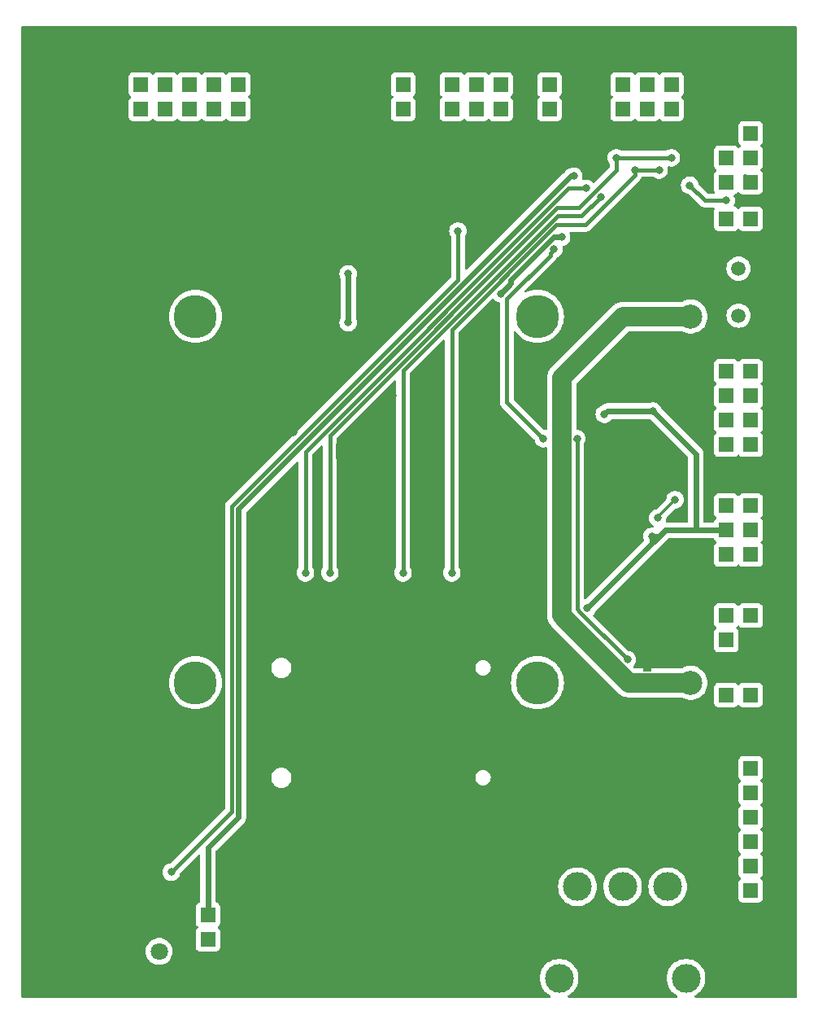
<source format=gbr>
%TF.GenerationSoftware,KiCad,Pcbnew,7.0.5.1-1-g8f565ef7f0-dirty-deb11*%
%TF.CreationDate,2023-07-21T01:25:36+00:00*%
%TF.ProjectId,DATALOGGER01,44415441-4c4f-4474-9745-5230312e6b69,rev?*%
%TF.SameCoordinates,Original*%
%TF.FileFunction,Copper,L1,Top*%
%TF.FilePolarity,Positive*%
%FSLAX46Y46*%
G04 Gerber Fmt 4.6, Leading zero omitted, Abs format (unit mm)*
G04 Created by KiCad (PCBNEW 7.0.5.1-1-g8f565ef7f0-dirty-deb11) date 2023-07-21 01:25:36*
%MOMM*%
%LPD*%
G01*
G04 APERTURE LIST*
%TA.AperFunction,ComponentPad*%
%ADD10R,1.524000X1.524000*%
%TD*%
%TA.AperFunction,WasherPad*%
%ADD11C,4.500000*%
%TD*%
%TA.AperFunction,ComponentPad*%
%ADD12C,2.500000*%
%TD*%
%TA.AperFunction,ComponentPad*%
%ADD13C,6.000000*%
%TD*%
%TA.AperFunction,ComponentPad*%
%ADD14R,1.800000X1.800000*%
%TD*%
%TA.AperFunction,ComponentPad*%
%ADD15C,1.800000*%
%TD*%
%TA.AperFunction,ComponentPad*%
%ADD16C,1.501140*%
%TD*%
%TA.AperFunction,ComponentPad*%
%ADD17C,3.000000*%
%TD*%
%TA.AperFunction,SMDPad,CuDef*%
%ADD18R,0.900000X1.600000*%
%TD*%
%TA.AperFunction,ComponentPad*%
%ADD19C,0.600000*%
%TD*%
%TA.AperFunction,ViaPad*%
%ADD20C,0.800000*%
%TD*%
%TA.AperFunction,Conductor*%
%ADD21C,0.300000*%
%TD*%
%TA.AperFunction,Conductor*%
%ADD22C,0.250000*%
%TD*%
%TA.AperFunction,Conductor*%
%ADD23C,0.400000*%
%TD*%
%TA.AperFunction,Conductor*%
%ADD24C,2.000000*%
%TD*%
%TA.AperFunction,Conductor*%
%ADD25C,0.600000*%
%TD*%
G04 APERTURE END LIST*
D10*
%TO.P,J26,1*%
%TO.N,/PB0*%
X55245000Y92710000D03*
%TO.P,J26,2*%
X55245000Y95250000D03*
%TD*%
D11*
%TO.P,BT1,*%
%TO.N,*%
X53995000Y71120000D03*
X18395000Y71120000D03*
D12*
%TO.P,BT1,1*%
%TO.N,Net-(BT1-Pad1)*%
X69945000Y71120000D03*
%TO.P,BT1,2*%
%TO.N,GND*%
X2445000Y71120000D03*
%TD*%
D10*
%TO.P,J24,1*%
%TO.N,VDD*%
X50165000Y92710000D03*
%TO.P,J24,2*%
X50165000Y95250000D03*
%TD*%
%TO.P,J4,1*%
%TO.N,/PC1*%
X76200000Y46355000D03*
%TO.P,J4,2*%
X73660000Y46355000D03*
%TD*%
%TO.P,J22,1*%
%TO.N,/PA0*%
X47625000Y92710000D03*
%TO.P,J22,2*%
X47625000Y95250000D03*
%TD*%
%TO.P,J20,1*%
%TO.N,/TX1*%
X73660000Y57785000D03*
%TO.P,J20,2*%
X76200000Y57785000D03*
%TD*%
%TO.P,J17,1*%
%TO.N,/RX0*%
X73660000Y65405000D03*
%TO.P,J17,2*%
X76200000Y65405000D03*
%TD*%
%TO.P,J19,1*%
%TO.N,/RX1*%
X73660000Y60325000D03*
%TO.P,J19,2*%
X76200000Y60325000D03*
%TD*%
%TO.P,J18,1*%
%TO.N,/TX0*%
X73660000Y62865000D03*
%TO.P,J18,2*%
X76200000Y62865000D03*
%TD*%
%TO.P,J1,1*%
%TO.N,GND*%
X76200000Y43815000D03*
%TO.P,J1,2*%
X73660000Y43815000D03*
%TD*%
%TO.P,J2,1*%
%TO.N,/PC0*%
X76200000Y51435000D03*
%TO.P,J2,2*%
X73660000Y51435000D03*
%TD*%
%TO.P,J5,1*%
%TO.N,GND*%
X76200000Y53975000D03*
%TO.P,J5,2*%
X73660000Y53975000D03*
%TD*%
%TO.P,J6,1*%
%TO.N,GND*%
X73660000Y21590000D03*
%TO.P,J6,2*%
X73660000Y24130000D03*
%TO.P,J6,3*%
%TO.N,Net-(F2-Pad1)*%
X76200000Y21590000D03*
%TO.P,J6,4*%
X76200000Y24130000D03*
%TO.P,J6,5*%
%TO.N,GND*%
X78740000Y21590000D03*
%TO.P,J6,6*%
X78740000Y24130000D03*
%TD*%
%TO.P,J8,1*%
%TO.N,/RST#*%
X76200000Y81280000D03*
%TO.P,J8,2*%
X73660000Y81280000D03*
%TD*%
%TO.P,J9,1*%
%TO.N,/AREF*%
X40005000Y92710000D03*
%TO.P,J9,2*%
%TO.N,Net-(C14-Pad1)*%
X40005000Y95250000D03*
%TD*%
%TO.P,J10,1*%
%TO.N,GND*%
X76200000Y29210000D03*
%TO.P,J10,2*%
X73660000Y29210000D03*
%TO.P,J10,3*%
%TO.N,Net-(J10-Pad3)*%
X76200000Y31750000D03*
%TO.P,J10,4*%
X73660000Y31750000D03*
%TO.P,J10,5*%
%TO.N,GND*%
X76200000Y34290000D03*
%TO.P,J10,6*%
X73660000Y34290000D03*
%TD*%
%TO.P,J11,1*%
%TO.N,Net-(J11-Pad1)*%
X19685000Y8890000D03*
%TO.P,J11,2*%
%TO.N,/SD_VDD*%
X19685000Y6350000D03*
%TD*%
%TO.P,J21,1*%
%TO.N,Net-(BT3-Pad1)*%
X73660000Y37465000D03*
%TO.P,J21,2*%
%TO.N,GND*%
X76200000Y37465000D03*
%TD*%
%TO.P,J23,1*%
%TO.N,/PA1*%
X45085000Y92710000D03*
%TO.P,J23,2*%
X45085000Y95250000D03*
%TD*%
%TO.P,J25,1*%
%TO.N,GND*%
X52705000Y92710000D03*
%TO.P,J25,2*%
X52705000Y95250000D03*
%TD*%
%TO.P,J27,1*%
%TO.N,/PB6*%
X65405000Y92710000D03*
%TO.P,J27,2*%
X65405000Y95250000D03*
%TD*%
%TO.P,J28,1*%
%TO.N,/PB7*%
X67945000Y92710000D03*
%TO.P,J28,2*%
X67945000Y95250000D03*
%TD*%
%TO.P,J29,1*%
%TO.N,/PB5*%
X62865000Y92710000D03*
%TO.P,J29,2*%
X62865000Y95250000D03*
%TD*%
%TO.P,J30,1*%
%TO.N,/INTA*%
X73660000Y40005000D03*
%TO.P,J30,2*%
X76200000Y40005000D03*
%TD*%
%TO.P,J31,1*%
%TO.N,/PB6*%
X76200000Y85090000D03*
%TO.P,J31,2*%
%TO.N,VDD*%
X73660000Y85090000D03*
%TO.P,J31,3*%
%TO.N,/PB7*%
X76200000Y87630000D03*
%TO.P,J31,4*%
%TO.N,/PB5*%
X73660000Y87630000D03*
%TO.P,J31,5*%
%TO.N,/RST#_P*%
X76200000Y90170000D03*
%TO.P,J31,6*%
%TO.N,GND*%
X73660000Y90170000D03*
%TD*%
D13*
%TO.P,M3,1*%
%TO.N,GND*%
X5080000Y96520000D03*
%TD*%
%TO.P,M2,1*%
%TO.N,GND*%
X5080000Y5080000D03*
%TD*%
%TO.P,M4,1*%
%TO.N,GND*%
X76200000Y96200000D03*
%TD*%
D10*
%TO.P,J32,1*%
%TO.N,Net-(F1-Pad2)*%
X76200000Y16510000D03*
%TO.P,J32,2*%
%TO.N,Net-(F2-Pad1)*%
X76200000Y19050000D03*
%TD*%
%TO.P,J33,1*%
%TO.N,GND*%
X73660000Y11430000D03*
%TO.P,J33,2*%
X73660000Y13970000D03*
%TO.P,J33,3*%
%TO.N,Net-(F1-Pad2)*%
X76200000Y11430000D03*
%TO.P,J33,4*%
X76200000Y13970000D03*
%TO.P,J33,5*%
%TO.N,GND*%
X78740000Y11430000D03*
%TO.P,J33,6*%
X78740000Y13970000D03*
%TD*%
D11*
%TO.P,BT2,*%
%TO.N,*%
X18395000Y33020000D03*
X53995000Y33020000D03*
D12*
%TO.P,BT2,1*%
%TO.N,Net-(BT1-Pad1)*%
X69945000Y33020000D03*
%TO.P,BT2,2*%
%TO.N,GND*%
X2445000Y33020000D03*
%TD*%
D14*
%TO.P,D3,1*%
%TO.N,GND*%
X12065000Y5080000D03*
D15*
%TO.P,D3,2*%
%TO.N,Net-(D3-Pad2)*%
X14605000Y5080000D03*
%TD*%
D10*
%TO.P,J3,1*%
%TO.N,VDD*%
X76200000Y48895000D03*
%TO.P,J3,2*%
X73660000Y48895000D03*
%TD*%
D16*
%TO.P,Y1,1*%
%TO.N,Net-(C5-Pad1)*%
X74930000Y76100940D03*
%TO.P,Y1,2*%
%TO.N,Net-(C8-Pad1)*%
X74930000Y71219060D03*
%TD*%
D10*
%TO.P,J12,1*%
%TO.N,/PC2*%
X12700000Y92710000D03*
%TO.P,J12,2*%
X12700000Y95250000D03*
%TD*%
%TO.P,J16,1*%
%TO.N,/PC6*%
X22860000Y92710000D03*
%TO.P,J16,2*%
X22860000Y95250000D03*
%TD*%
%TO.P,J15,1*%
%TO.N,/PC5*%
X20320000Y92710000D03*
%TO.P,J15,2*%
X20320000Y95250000D03*
%TD*%
%TO.P,J14,1*%
%TO.N,/INT*%
X17780000Y92710000D03*
%TO.P,J14,2*%
X17780000Y95250000D03*
%TD*%
%TO.P,J13,1*%
%TO.N,/PC3*%
X15240000Y92710000D03*
%TO.P,J13,2*%
X15240000Y95250000D03*
%TD*%
D17*
%TO.P,SW1,1*%
%TO.N,Net-(C10-Pad1)*%
X58165000Y11816000D03*
%TO.P,SW1,2*%
%TO.N,Net-(D2-Pad1)*%
X62865000Y11816000D03*
%TO.P,SW1,3*%
%TO.N,N/C*%
X67565000Y11816000D03*
%TO.P,SW1,4*%
X56260000Y2286000D03*
X69470000Y2286000D03*
%TD*%
D18*
%TO.P,U2,9*%
%TO.N,GND*%
X65405000Y34925000D03*
D19*
X65405000Y35425000D03*
X65405000Y34425000D03*
%TD*%
D20*
%TO.N,GND*%
X79375000Y74295000D03*
X50165000Y56515000D03*
X52515000Y82550000D03*
X5715000Y68580000D03*
X34925000Y34290000D03*
X6350000Y36195000D03*
X66675000Y77470000D03*
X41275000Y55880000D03*
X53975000Y27940000D03*
X62230000Y22860000D03*
X4445000Y36195000D03*
X30480000Y83185000D03*
X52705000Y90970000D03*
X73660000Y92075000D03*
X38735000Y58420000D03*
X57300686Y73810686D03*
X34925000Y35560000D03*
X66675000Y67310000D03*
X79375000Y71755000D03*
X42545000Y27940000D03*
X68580000Y77470000D03*
X57785000Y92075000D03*
X26670000Y57785000D03*
X52705000Y26670000D03*
X4445000Y33020000D03*
X59690000Y19050000D03*
X41275000Y52070000D03*
X8255000Y68580000D03*
X41910000Y3810000D03*
X71755000Y92075000D03*
X46355000Y57150000D03*
X52515000Y85725000D03*
X60325000Y78105000D03*
X24130000Y56515000D03*
X52070000Y62865000D03*
X40005000Y80010000D03*
X43815000Y86360000D03*
X43815000Y89535000D03*
X36830000Y3810000D03*
X40640000Y88900000D03*
X59055000Y92075000D03*
X34925000Y27940000D03*
X76200000Y67310000D03*
X50165000Y58420000D03*
X71120000Y75565000D03*
X52705000Y27940000D03*
X31750000Y80645000D03*
X65405000Y43815000D03*
X31115000Y50165000D03*
X33655000Y57785000D03*
X34925000Y46355000D03*
X42545000Y95885000D03*
X73660000Y67310000D03*
X63500000Y21590000D03*
X64770000Y21590000D03*
X27305000Y31115000D03*
X43815000Y50800000D03*
X66675000Y73660000D03*
X42545000Y34925000D03*
X60325000Y79375000D03*
X54610000Y85725000D03*
X53975000Y25400000D03*
X34290000Y80645000D03*
X38735000Y62865000D03*
X46355000Y59690000D03*
X46355000Y58420000D03*
X22225000Y57150000D03*
X63500000Y22860000D03*
X24765000Y31750000D03*
X38735000Y80010000D03*
X46355000Y55245000D03*
X4445000Y31115000D03*
X40640000Y87630000D03*
X46355000Y49530000D03*
X26035000Y33020000D03*
X60960000Y45085000D03*
X50165000Y26670000D03*
X33655000Y53975000D03*
X29210000Y83185000D03*
X48895000Y84455000D03*
X51435000Y26670000D03*
X38735000Y78740000D03*
X31115000Y56515000D03*
X1905000Y36195000D03*
X18415000Y57150000D03*
X53975000Y46990000D03*
X30480000Y80645000D03*
X42545000Y33020000D03*
X43815000Y53975000D03*
X63500000Y20320000D03*
X43815000Y52070000D03*
X64770000Y20320000D03*
X55245000Y27940000D03*
X42545000Y29845000D03*
X28575000Y59055000D03*
X58585000Y69850000D03*
X72390000Y74295000D03*
X61415000Y74295000D03*
X36830000Y46355000D03*
X59690000Y45085000D03*
X53975000Y60960000D03*
X38735000Y54610000D03*
X39370000Y86360000D03*
X52070000Y64770000D03*
X57935686Y73175686D03*
X40005000Y78740000D03*
X33655000Y50165000D03*
X34925000Y45085000D03*
X39370000Y3810000D03*
X79375000Y73025000D03*
X55245000Y25400000D03*
X42545000Y31115000D03*
X53975000Y49530000D03*
X39370000Y88900000D03*
X59055000Y90805000D03*
X29210000Y80645000D03*
X56515000Y86360000D03*
X41275000Y50800000D03*
X50165000Y59690000D03*
X46355000Y53340000D03*
X71755000Y89700000D03*
X20955000Y57150000D03*
X53975000Y44450000D03*
X78740000Y67310000D03*
X64135000Y81915000D03*
X59055000Y89535000D03*
X53975000Y26670000D03*
X58585000Y71120000D03*
X6350000Y34925000D03*
X54610000Y84455000D03*
X52705000Y25400000D03*
X71120000Y67310000D03*
X41275000Y57150000D03*
X33655000Y55880000D03*
X38100000Y46355000D03*
X33020000Y80645000D03*
X59055000Y78105000D03*
X43815000Y57150000D03*
X31115000Y53975000D03*
X51435000Y27940000D03*
X48895000Y85725000D03*
X38735000Y50800000D03*
X61595000Y41275000D03*
X39370000Y85090000D03*
X71755000Y90805000D03*
X49530000Y86995000D03*
X34925000Y31750000D03*
X46990000Y83820000D03*
X38100000Y45085000D03*
X5715000Y71120000D03*
X26035000Y31750000D03*
X52070000Y66675000D03*
X47625000Y87630000D03*
X31750000Y3810000D03*
X31115000Y52070000D03*
X4445000Y34925000D03*
X38735000Y52705000D03*
X8255000Y71120000D03*
X34925000Y29845000D03*
X50165000Y27940000D03*
X44450000Y84455000D03*
X66675000Y68580000D03*
X40640000Y85090000D03*
X27305000Y32385000D03*
X24765000Y33020000D03*
X41275000Y53340000D03*
X59525000Y70485000D03*
X25400000Y56515000D03*
X64770000Y22860000D03*
X43815000Y55880000D03*
X38735000Y56515000D03*
X36830000Y45085000D03*
X55245000Y26670000D03*
X40640000Y86360000D03*
X41275000Y54610000D03*
X11430000Y71120000D03*
X6350000Y31115000D03*
X11430000Y68580000D03*
X39370000Y87630000D03*
X79375000Y70485000D03*
X38735000Y59690000D03*
X42545000Y97155000D03*
X59690000Y20955000D03*
X50800000Y87630000D03*
X46355000Y51435000D03*
X66675000Y75565000D03*
X18415000Y55245000D03*
X18415000Y53340000D03*
X64135000Y39370000D03*
X6350000Y33020000D03*
X34290000Y3810000D03*
%TO.N,VDD*%
X60960000Y60960000D03*
X66040000Y61277500D03*
X34290000Y70485000D03*
X59164557Y40749557D03*
X65925000Y48260000D03*
X34290000Y75565000D03*
X50165000Y73495000D03*
X56515000Y79375000D03*
%TO.N,/PC0*%
X66510000Y50165000D03*
X68326000Y52070000D03*
%TO.N,Net-(J11-Pad1)*%
X57785000Y85725000D03*
%TO.N,/PB6*%
X64135000Y86360000D03*
X66675000Y86360000D03*
X45085000Y44450000D03*
%TO.N,/PB7*%
X40005000Y44450000D03*
X60573186Y83571814D03*
%TO.N,/PB5*%
X67945000Y87630000D03*
X62215000Y87630000D03*
X32385000Y44450000D03*
%TO.N,/PB4*%
X29845000Y44450000D03*
X59055000Y84455000D03*
%TO.N,/LED*%
X15875000Y13335000D03*
X45720000Y80010000D03*
%TO.N,/PA2*%
X55715000Y78105000D03*
X54610000Y58420000D03*
X58115000Y58420000D03*
X63361371Y35421371D03*
%TO.N,/RST#_P*%
X73660000Y83185000D03*
X69850000Y84772500D03*
%TD*%
D21*
%TO.N,GND*%
X38735000Y59690000D02*
X38735000Y62865000D01*
X38296998Y51435000D02*
X38735000Y52705000D01*
D22*
X31115000Y50165000D02*
X31115000Y52070000D01*
D21*
X39370000Y87630000D02*
X39370000Y88900000D01*
X59690000Y19050000D02*
X59690000Y20955000D01*
X33185000Y56350000D02*
X33655000Y55880000D01*
D23*
X73660000Y67310000D02*
X71120000Y67310000D01*
D21*
X73660000Y90170000D02*
X73660000Y92075000D01*
X33185000Y57785000D02*
X33185000Y56350000D01*
X46355000Y55245000D02*
X46355000Y53340000D01*
X40005000Y80010000D02*
X40005000Y78740000D01*
D22*
X43815000Y86360000D02*
X43815000Y89535000D01*
X36830000Y3810000D02*
X34290000Y3810000D01*
D21*
X41275000Y57150000D02*
X41275000Y55880000D01*
X31750000Y80645000D02*
X30480000Y80645000D01*
D22*
X34380001Y53430001D02*
X34834999Y53430001D01*
D21*
X38735000Y62395000D02*
X39205000Y62865000D01*
X11430000Y71120000D02*
X11430000Y68580000D01*
X55245000Y25400000D02*
X55245000Y26670000D01*
X18415000Y57150000D02*
X20955000Y57150000D01*
X53975000Y26670000D02*
X52705000Y26670000D01*
X38735000Y50800000D02*
X38296998Y51435000D01*
D22*
X34834999Y53430001D02*
X34925000Y53520002D01*
D21*
X42545000Y27940000D02*
X42545000Y29845000D01*
X8255000Y68580000D02*
X5715000Y68580000D01*
X34290000Y80645000D02*
X33020000Y80645000D01*
D23*
X66675000Y73660000D02*
X66675000Y75565000D01*
D21*
X50165000Y56515000D02*
X50165000Y58420000D01*
X52070000Y64770000D02*
X52070000Y62865000D01*
X58585000Y69850000D02*
X55410000Y66675000D01*
D22*
X50800000Y85725000D02*
X49530000Y86995000D01*
X38100000Y46355000D02*
X37465000Y46990000D01*
X50800000Y87630000D02*
X47625000Y87630000D01*
D21*
X52705000Y82550000D02*
X54610000Y84455000D01*
X58585000Y71120000D02*
X58585000Y69850000D01*
X2445000Y35655000D02*
X1905000Y36195000D01*
X52515000Y82550000D02*
X52705000Y82550000D01*
X57300686Y73810686D02*
X57935686Y73175686D01*
D22*
X64135000Y39370000D02*
X63500000Y39370000D01*
D21*
X6350000Y34925000D02*
X6350000Y33020000D01*
D22*
X37465000Y51435000D02*
X38296998Y51435000D01*
D21*
X4445000Y36195000D02*
X6350000Y36195000D01*
X52705000Y27940000D02*
X53975000Y27940000D01*
X40640000Y86360000D02*
X40640000Y85090000D01*
X64770000Y20320000D02*
X63500000Y20320000D01*
D22*
X46990000Y83820000D02*
X45085000Y83820000D01*
D21*
X43815000Y52070000D02*
X43815000Y53975000D01*
X50165000Y27940000D02*
X51435000Y27940000D01*
X79375000Y71755000D02*
X79375000Y70485000D01*
X79375000Y74295000D02*
X79375000Y73025000D01*
D22*
X28575000Y59055000D02*
X27940000Y59055000D01*
D21*
X71755000Y92075000D02*
X71755000Y90805000D01*
X38100000Y45085000D02*
X38100000Y46355000D01*
X46355000Y58420000D02*
X46355000Y57150000D01*
X27305000Y32385000D02*
X27305000Y31115000D01*
X34925000Y45085000D02*
X36830000Y45085000D01*
X33655000Y52705000D02*
X33655000Y50165000D01*
X38735000Y78740000D02*
X38735000Y80010000D01*
X60325000Y79375000D02*
X60325000Y78105000D01*
X42545000Y31115000D02*
X42545000Y33020000D01*
D22*
X48895000Y85725000D02*
X48895000Y84455000D01*
X34925000Y56515000D02*
X33660010Y57779990D01*
X33660010Y57779990D02*
X33660010Y57785000D01*
D21*
X41275000Y54610000D02*
X41275000Y53340000D01*
X43815000Y55880000D02*
X43815000Y57150000D01*
X18415000Y53340000D02*
X18415000Y55245000D01*
X52705000Y25400000D02*
X53975000Y25400000D01*
D22*
X42545000Y95885000D02*
X42545000Y97155000D01*
D21*
X6350000Y31115000D02*
X4445000Y31115000D01*
X57785000Y92075000D02*
X59055000Y92075000D01*
X62230000Y22860000D02*
X63500000Y22860000D01*
D22*
X52515000Y85725000D02*
X50800000Y85725000D01*
X37465000Y46990000D02*
X37465000Y51435000D01*
D21*
X50165000Y59690000D02*
X46355000Y59690000D01*
D22*
X53975000Y44450000D02*
X53975000Y46990000D01*
D21*
X38735000Y58420000D02*
X38735000Y62395000D01*
X26035000Y31750000D02*
X26035000Y33020000D01*
D22*
X31115000Y53975000D02*
X31115000Y56515000D01*
X25400000Y56515000D02*
X24130000Y56515000D01*
D21*
X40640000Y88900000D02*
X40640000Y87630000D01*
D23*
X78740000Y67310000D02*
X76200000Y67310000D01*
X66675000Y67310000D02*
X66675000Y68580000D01*
D21*
X39370000Y85090000D02*
X39370000Y86360000D01*
D22*
X45085000Y83820000D02*
X44450000Y84455000D01*
X60960000Y45085000D02*
X59690000Y45085000D01*
X41910000Y3810000D02*
X39370000Y3810000D01*
D23*
X66675000Y77470000D02*
X68580000Y77470000D01*
D21*
X33655000Y53975000D02*
X33655000Y52705000D01*
X5715000Y71120000D02*
X8255000Y71120000D01*
X64770000Y22860000D02*
X64770000Y21590000D01*
X41275000Y52070000D02*
X41275000Y50800000D01*
X34925000Y31750000D02*
X34925000Y34290000D01*
X4445000Y33020000D02*
X4445000Y34925000D01*
D22*
X34925000Y53520002D02*
X34925000Y56515000D01*
D21*
X36830000Y46355000D02*
X34925000Y46355000D01*
X24765000Y33020000D02*
X24765000Y31750000D01*
X34925000Y27940000D02*
X34925000Y29845000D01*
D22*
X33655000Y52705000D02*
X34380001Y53430001D01*
D21*
X34925000Y35560000D02*
X34925000Y37465000D01*
X51435000Y26670000D02*
X50165000Y26670000D01*
X59055000Y90805000D02*
X59055000Y89535000D01*
D22*
X63500000Y39370000D02*
X61595000Y41275000D01*
D21*
X38735000Y54610000D02*
X38735000Y56515000D01*
X46355000Y51435000D02*
X46355000Y49530000D01*
X2445000Y33020000D02*
X2445000Y35655000D01*
X55410000Y66675000D02*
X52070000Y66675000D01*
D23*
X71120000Y75565000D02*
X72390000Y74295000D01*
D21*
X30480000Y83185000D02*
X29210000Y83185000D01*
D22*
X43815000Y49530000D02*
X43815000Y50800000D01*
X27940000Y59055000D02*
X26670000Y57785000D01*
D24*
%TO.N,Net-(BT1-Pad1)*%
X69945000Y71120000D02*
X62865000Y71120000D01*
X56515000Y40005000D02*
X63500000Y33020000D01*
X56515000Y64770000D02*
X56515000Y40005000D01*
X62865000Y71120000D02*
X56515000Y64770000D01*
X63500000Y33020000D02*
X69945000Y33020000D01*
D25*
%TO.N,VDD*%
X51235512Y74565512D02*
X51235512Y74930000D01*
X67310000Y48895000D02*
X70485000Y48895000D01*
X65994315Y47625000D02*
X66040000Y47625000D01*
X55680512Y79375000D02*
X56515000Y79375000D01*
X70485000Y48895000D02*
X73660000Y48895000D01*
X70485000Y56832500D02*
X66040000Y61277500D01*
X66040000Y61277500D02*
X61277500Y61277500D01*
X66675000Y48260000D02*
X67310000Y48895000D01*
X66675000Y48260000D02*
X66040000Y47625000D01*
X50165000Y73495000D02*
X51235512Y74565512D01*
X61277500Y61277500D02*
X60960000Y60960000D01*
X65925000Y48260000D02*
X65925000Y47694315D01*
X70485000Y48895000D02*
X70485000Y56832500D01*
X34290000Y75565000D02*
X34290000Y70485000D01*
X65925000Y48260000D02*
X66675000Y48260000D01*
X65925000Y47694315D02*
X65994315Y47625000D01*
X66040000Y47625000D02*
X59164557Y40749557D01*
X51235512Y74930000D02*
X55680512Y79375000D01*
D21*
%TO.N,/PC0*%
X66510000Y50165000D02*
X66510000Y50254000D01*
X66510000Y50254000D02*
X68326000Y52070000D01*
D25*
%TO.N,Net-(J11-Pad1)*%
X57785000Y85725000D02*
X57504962Y85725000D01*
X19685000Y15875000D02*
X19685000Y8890000D01*
X22860000Y19050000D02*
X19685000Y15875000D01*
X57504962Y85725000D02*
X22860000Y51080038D01*
X22860000Y51080038D02*
X22860000Y19050000D01*
D23*
%TO.N,/PB6*%
X58985685Y80645000D02*
X55960550Y80645000D01*
X64135000Y85794315D02*
X58985685Y80645000D01*
X45085000Y57699002D02*
X45085000Y44450000D01*
X55960550Y80645000D02*
X45085000Y69769450D01*
X76200000Y85090000D02*
X75565000Y85725000D01*
X66675000Y86360000D02*
X64135000Y86360000D01*
X64135000Y86360000D02*
X64135000Y85794315D01*
X45085000Y69769450D02*
X45085000Y57699002D01*
%TO.N,/PB7*%
X58610747Y81609375D02*
X56076383Y81609375D01*
X40005000Y62865000D02*
X40005000Y44450000D01*
X56076383Y81609375D02*
X40005000Y65537992D01*
X60573186Y83571814D02*
X58610747Y81609375D01*
X40005000Y65537992D02*
X40005000Y62865000D01*
%TO.N,/PB5*%
X62215000Y86345000D02*
X58275767Y82405767D01*
X58275767Y82405767D02*
X56024233Y82405767D01*
X56024233Y82405767D02*
X32385000Y58766534D01*
X32385000Y58766534D02*
X32385000Y56515000D01*
X32385000Y56515000D02*
X32385000Y44450000D01*
X62215000Y87630000D02*
X62215000Y86345000D01*
X67945000Y87630000D02*
X62215000Y87630000D01*
%TO.N,/PB4*%
X59055000Y84455000D02*
X57224924Y84455000D01*
X29845000Y55245000D02*
X29845000Y44450000D01*
X57224924Y84455000D02*
X29845000Y57075076D01*
X29845000Y57075076D02*
X29845000Y55245000D01*
%TO.N,/LED*%
X22159990Y19619990D02*
X15875000Y13335000D01*
X22159990Y51369990D02*
X22159990Y19619990D01*
X45720000Y74930000D02*
X22159990Y51369990D01*
X45720000Y80010000D02*
X45720000Y74930000D01*
%TO.N,/PA2*%
X58115000Y58420000D02*
X57915010Y58420000D01*
X58115000Y40667742D02*
X58420000Y40362742D01*
X55315001Y77460999D02*
X50800000Y72945998D01*
X63361371Y35421371D02*
X58420000Y40362742D01*
X58115000Y58420000D02*
X58115000Y40667742D01*
X55715000Y78105000D02*
X55315001Y77705001D01*
X55315001Y77705001D02*
X55315001Y77460999D01*
X50800000Y72945998D02*
X50800000Y62230000D01*
X50800000Y62230000D02*
X54610000Y58420000D01*
%TO.N,/RST#_P*%
X69850000Y84772500D02*
X71437500Y83185000D01*
X71437500Y83185000D02*
X73660000Y83185000D01*
%TD*%
%TA.AperFunction,Conductor*%
%TO.N,GND*%
G36*
X80957621Y101315498D02*
G01*
X81004114Y101261842D01*
X81015500Y101209500D01*
X81015500Y390500D01*
X80995498Y322379D01*
X80941842Y275886D01*
X80889500Y264500D01*
X70461077Y264500D01*
X70392956Y284502D01*
X70346463Y338158D01*
X70336359Y408432D01*
X70365853Y473012D01*
X70395609Y498157D01*
X70396197Y498516D01*
X70396200Y498516D01*
X70630969Y641282D01*
X70844111Y814686D01*
X71031657Y1015498D01*
X71190111Y1239977D01*
X71316523Y1483942D01*
X71408538Y1742847D01*
X71464442Y2011870D01*
X71483193Y2286000D01*
X71464442Y2560130D01*
X71408538Y2829153D01*
X71316523Y3088058D01*
X71190111Y3332023D01*
X71031657Y3556502D01*
X70844111Y3757314D01*
X70630969Y3930718D01*
X70396200Y4073484D01*
X70396201Y4073484D01*
X70396197Y4073486D01*
X70144180Y4182952D01*
X70144178Y4182953D01*
X70144177Y4182953D01*
X70011886Y4220020D01*
X69879593Y4257086D01*
X69607395Y4294500D01*
X69607385Y4294500D01*
X69332615Y4294500D01*
X69332604Y4294500D01*
X69060406Y4257086D01*
X68795819Y4182952D01*
X68543802Y4073486D01*
X68309028Y3930716D01*
X68095886Y3757312D01*
X67908343Y3556502D01*
X67749892Y3332029D01*
X67623477Y3088059D01*
X67531462Y2829155D01*
X67531460Y2829147D01*
X67475557Y2560123D01*
X67475556Y2560117D01*
X67456807Y2286005D01*
X67456807Y2285996D01*
X67475556Y2011884D01*
X67475557Y2011878D01*
X67475558Y2011870D01*
X67506217Y1864330D01*
X67531460Y1742854D01*
X67531462Y1742846D01*
X67623477Y1483942D01*
X67749892Y1239972D01*
X67817797Y1143773D01*
X67908343Y1015498D01*
X68095889Y814686D01*
X68309031Y641282D01*
X68543800Y498516D01*
X68543802Y498516D01*
X68544391Y498157D01*
X68592202Y445672D01*
X68604047Y375671D01*
X68576167Y310378D01*
X68517412Y270523D01*
X68478923Y264500D01*
X57251077Y264500D01*
X57182956Y284502D01*
X57136463Y338158D01*
X57126359Y408432D01*
X57155853Y473012D01*
X57185609Y498157D01*
X57186197Y498516D01*
X57186200Y498516D01*
X57420969Y641282D01*
X57634111Y814686D01*
X57821657Y1015498D01*
X57980111Y1239977D01*
X58106523Y1483942D01*
X58198538Y1742847D01*
X58254442Y2011870D01*
X58273193Y2286000D01*
X58254442Y2560130D01*
X58198538Y2829153D01*
X58106523Y3088058D01*
X57980111Y3332023D01*
X57821657Y3556502D01*
X57634111Y3757314D01*
X57420969Y3930718D01*
X57186200Y4073484D01*
X57186201Y4073484D01*
X57186197Y4073486D01*
X56934180Y4182952D01*
X56934178Y4182953D01*
X56934177Y4182953D01*
X56801886Y4220019D01*
X56669593Y4257086D01*
X56397395Y4294500D01*
X56397385Y4294500D01*
X56122615Y4294500D01*
X56122604Y4294500D01*
X55850406Y4257086D01*
X55585819Y4182952D01*
X55333802Y4073486D01*
X55099028Y3930716D01*
X54885886Y3757312D01*
X54698343Y3556502D01*
X54539892Y3332029D01*
X54413477Y3088059D01*
X54321462Y2829155D01*
X54321460Y2829147D01*
X54265557Y2560123D01*
X54265556Y2560117D01*
X54246807Y2286005D01*
X54246807Y2285996D01*
X54265556Y2011884D01*
X54265557Y2011878D01*
X54265558Y2011870D01*
X54296217Y1864330D01*
X54321460Y1742854D01*
X54321462Y1742846D01*
X54413477Y1483942D01*
X54539892Y1239972D01*
X54607797Y1143773D01*
X54698343Y1015498D01*
X54885889Y814686D01*
X55099031Y641282D01*
X55333800Y498516D01*
X55333802Y498516D01*
X55334391Y498157D01*
X55382202Y445672D01*
X55394047Y375671D01*
X55366167Y310378D01*
X55307412Y270523D01*
X55268923Y264500D01*
X390500Y264500D01*
X322379Y284502D01*
X275886Y338158D01*
X264500Y390500D01*
X264500Y5080000D01*
X13191673Y5080000D01*
X13191714Y5079500D01*
X13210950Y4847367D01*
X13268249Y4621097D01*
X13268252Y4621090D01*
X13362015Y4407332D01*
X13489685Y4211917D01*
X13647774Y4040187D01*
X13647778Y4040183D01*
X13713650Y3988913D01*
X13831983Y3896810D01*
X14037273Y3785713D01*
X14258049Y3709920D01*
X14488288Y3671500D01*
X14488292Y3671500D01*
X14721708Y3671500D01*
X14721712Y3671500D01*
X14951951Y3709920D01*
X15172727Y3785713D01*
X15378017Y3896810D01*
X15562220Y4040182D01*
X15720314Y4211917D01*
X15847984Y4407331D01*
X15941749Y4621093D01*
X15999051Y4847374D01*
X16018327Y5080000D01*
X15999051Y5312626D01*
X15956971Y5478796D01*
X15941750Y5538904D01*
X15941747Y5538911D01*
X15847984Y5752669D01*
X15720314Y5948084D01*
X15562225Y6119814D01*
X15562221Y6119818D01*
X15470118Y6191504D01*
X15378017Y6263190D01*
X15172727Y6374287D01*
X15172724Y6374288D01*
X15172723Y6374289D01*
X14951955Y6450079D01*
X14951948Y6450081D01*
X14853411Y6466524D01*
X14721712Y6488500D01*
X14488288Y6488500D01*
X14373066Y6469273D01*
X14258051Y6450081D01*
X14258044Y6450079D01*
X14037276Y6374289D01*
X14037273Y6374287D01*
X13831985Y6263191D01*
X13831983Y6263190D01*
X13647778Y6119818D01*
X13647774Y6119814D01*
X13489685Y5948084D01*
X13362015Y5752669D01*
X13268252Y5538911D01*
X13268249Y5538904D01*
X13210950Y5312634D01*
X13210949Y5312628D01*
X13210949Y5312626D01*
X13191673Y5080000D01*
X264500Y5080000D01*
X264500Y13335001D01*
X14961496Y13335001D01*
X14981457Y13145073D01*
X15011526Y13052530D01*
X15040473Y12963444D01*
X15041426Y12961793D01*
X15135958Y12798059D01*
X15135965Y12798049D01*
X15263744Y12656136D01*
X15316154Y12618058D01*
X15418248Y12543882D01*
X15592712Y12466206D01*
X15779513Y12426500D01*
X15970487Y12426500D01*
X16157288Y12466206D01*
X16331752Y12543882D01*
X16486253Y12656134D01*
X16525750Y12700000D01*
X16614034Y12798049D01*
X16614035Y12798051D01*
X16614040Y12798056D01*
X16709527Y12963444D01*
X16768542Y13145072D01*
X16773449Y13191770D01*
X16800460Y13257426D01*
X16809655Y13267687D01*
X18661406Y15119438D01*
X18723717Y15153462D01*
X18794533Y15148397D01*
X18851368Y15105850D01*
X18876179Y15039330D01*
X18876500Y15030341D01*
X18876500Y10264859D01*
X18856498Y10196738D01*
X18802842Y10150245D01*
X18794534Y10146804D01*
X18676795Y10102889D01*
X18676792Y10102888D01*
X18559738Y10015262D01*
X18472112Y9898208D01*
X18472110Y9898203D01*
X18421011Y9761205D01*
X18421009Y9761197D01*
X18414500Y9700650D01*
X18414500Y8079351D01*
X18421009Y8018804D01*
X18421011Y8018796D01*
X18472110Y7881798D01*
X18472112Y7881793D01*
X18559739Y7764739D01*
X18618343Y7720867D01*
X18660889Y7664031D01*
X18665953Y7593216D01*
X18631928Y7530904D01*
X18618343Y7519133D01*
X18559739Y7475262D01*
X18472112Y7358208D01*
X18472110Y7358203D01*
X18421011Y7221205D01*
X18421009Y7221197D01*
X18414500Y7160650D01*
X18414500Y5539351D01*
X18421009Y5478804D01*
X18421011Y5478796D01*
X18472110Y5341798D01*
X18472112Y5341793D01*
X18559738Y5224739D01*
X18676792Y5137113D01*
X18676794Y5137112D01*
X18676796Y5137111D01*
X18735875Y5115076D01*
X18813795Y5086012D01*
X18813803Y5086010D01*
X18874350Y5079501D01*
X18874355Y5079501D01*
X18874362Y5079500D01*
X18874368Y5079500D01*
X20495632Y5079500D01*
X20495638Y5079500D01*
X20495645Y5079501D01*
X20495649Y5079501D01*
X20556196Y5086010D01*
X20556199Y5086011D01*
X20556201Y5086011D01*
X20693204Y5137111D01*
X20810261Y5224739D01*
X20897889Y5341796D01*
X20948989Y5478799D01*
X20955500Y5539362D01*
X20955500Y7160638D01*
X20955499Y7160650D01*
X20948990Y7221197D01*
X20948988Y7221205D01*
X20897889Y7358203D01*
X20897887Y7358208D01*
X20810261Y7475262D01*
X20751657Y7519132D01*
X20709110Y7575968D01*
X20704046Y7646784D01*
X20738071Y7709096D01*
X20751657Y7720868D01*
X20810261Y7764739D01*
X20897887Y7881793D01*
X20897887Y7881794D01*
X20897889Y7881796D01*
X20948989Y8018799D01*
X20955500Y8079362D01*
X20955500Y9700638D01*
X20955499Y9700650D01*
X20948990Y9761197D01*
X20948988Y9761205D01*
X20897889Y9898203D01*
X20897887Y9898208D01*
X20810261Y10015262D01*
X20693207Y10102888D01*
X20693204Y10102889D01*
X20575466Y10146804D01*
X20518631Y10189351D01*
X20493821Y10255871D01*
X20493500Y10264859D01*
X20493500Y11815996D01*
X56151807Y11815996D01*
X56170556Y11541884D01*
X56170557Y11541878D01*
X56170558Y11541870D01*
X56201217Y11394330D01*
X56226460Y11272854D01*
X56226462Y11272846D01*
X56318477Y11013942D01*
X56444892Y10769972D01*
X56512797Y10673773D01*
X56603343Y10545498D01*
X56790889Y10344686D01*
X57004031Y10171282D01*
X57238800Y10028516D01*
X57490823Y9919047D01*
X57755404Y9844915D01*
X57850504Y9831844D01*
X58027604Y9807501D01*
X58027615Y9807500D01*
X58302385Y9807500D01*
X58302395Y9807501D01*
X58431945Y9825308D01*
X58574596Y9844915D01*
X58839177Y9919047D01*
X59091200Y10028516D01*
X59325969Y10171282D01*
X59539111Y10344686D01*
X59726657Y10545498D01*
X59885111Y10769977D01*
X60011523Y11013942D01*
X60103538Y11272847D01*
X60159442Y11541870D01*
X60178193Y11815996D01*
X60851807Y11815996D01*
X60870556Y11541884D01*
X60870557Y11541878D01*
X60870558Y11541870D01*
X60901217Y11394330D01*
X60926460Y11272854D01*
X60926462Y11272846D01*
X61018477Y11013942D01*
X61144892Y10769972D01*
X61212797Y10673773D01*
X61303343Y10545498D01*
X61490889Y10344686D01*
X61704031Y10171282D01*
X61938800Y10028516D01*
X62190823Y9919047D01*
X62455404Y9844915D01*
X62550504Y9831844D01*
X62727604Y9807501D01*
X62727615Y9807500D01*
X63002385Y9807500D01*
X63002395Y9807501D01*
X63131945Y9825308D01*
X63274596Y9844915D01*
X63539177Y9919047D01*
X63791200Y10028516D01*
X64025969Y10171282D01*
X64239111Y10344686D01*
X64426657Y10545498D01*
X64585111Y10769977D01*
X64711523Y11013942D01*
X64803538Y11272847D01*
X64859442Y11541870D01*
X64878193Y11815996D01*
X65551807Y11815996D01*
X65570556Y11541884D01*
X65570557Y11541878D01*
X65570558Y11541870D01*
X65601217Y11394330D01*
X65626460Y11272854D01*
X65626462Y11272846D01*
X65718477Y11013942D01*
X65844892Y10769972D01*
X65912797Y10673773D01*
X66003343Y10545498D01*
X66190889Y10344686D01*
X66404031Y10171282D01*
X66638800Y10028516D01*
X66890823Y9919047D01*
X67155404Y9844915D01*
X67250504Y9831844D01*
X67427604Y9807501D01*
X67427615Y9807500D01*
X67702385Y9807500D01*
X67702395Y9807501D01*
X67831945Y9825308D01*
X67974596Y9844915D01*
X68239177Y9919047D01*
X68491200Y10028516D01*
X68725969Y10171282D01*
X68939111Y10344686D01*
X69126657Y10545498D01*
X69178788Y10619351D01*
X74929500Y10619351D01*
X74936009Y10558804D01*
X74936011Y10558796D01*
X74987110Y10421798D01*
X74987112Y10421793D01*
X75074738Y10304739D01*
X75191792Y10217113D01*
X75191794Y10217112D01*
X75191796Y10217111D01*
X75246418Y10196738D01*
X75328795Y10166012D01*
X75328803Y10166010D01*
X75389350Y10159501D01*
X75389355Y10159501D01*
X75389362Y10159500D01*
X75389368Y10159500D01*
X77010632Y10159500D01*
X77010638Y10159500D01*
X77010645Y10159501D01*
X77010649Y10159501D01*
X77071196Y10166010D01*
X77071199Y10166011D01*
X77071201Y10166011D01*
X77208204Y10217111D01*
X77325261Y10304739D01*
X77412889Y10421796D01*
X77463989Y10558799D01*
X77470500Y10619362D01*
X77470500Y12240638D01*
X77470499Y12240650D01*
X77463990Y12301197D01*
X77463988Y12301205D01*
X77412889Y12438203D01*
X77412887Y12438208D01*
X77325261Y12555262D01*
X77266657Y12599132D01*
X77224110Y12655968D01*
X77219046Y12726784D01*
X77253071Y12789096D01*
X77266657Y12800868D01*
X77325261Y12844739D01*
X77412887Y12961793D01*
X77412887Y12961794D01*
X77412889Y12961796D01*
X77463989Y13098799D01*
X77468964Y13145070D01*
X77470499Y13159351D01*
X77470500Y13159368D01*
X77470500Y14780633D01*
X77470499Y14780650D01*
X77463990Y14841197D01*
X77463988Y14841205D01*
X77412889Y14978203D01*
X77412887Y14978208D01*
X77325260Y15095263D01*
X77266656Y15139134D01*
X77224110Y15195970D01*
X77219046Y15266786D01*
X77253072Y15329098D01*
X77266655Y15340867D01*
X77325261Y15384739D01*
X77412889Y15501796D01*
X77463989Y15638799D01*
X77470500Y15699362D01*
X77470500Y17320638D01*
X77470499Y17320650D01*
X77463990Y17381197D01*
X77463988Y17381205D01*
X77412889Y17518203D01*
X77412887Y17518208D01*
X77325261Y17635262D01*
X77266657Y17679132D01*
X77224110Y17735968D01*
X77219046Y17806784D01*
X77253071Y17869096D01*
X77266657Y17880868D01*
X77325261Y17924739D01*
X77412887Y18041793D01*
X77412887Y18041794D01*
X77412889Y18041796D01*
X77463989Y18178799D01*
X77470500Y18239362D01*
X77470500Y19860638D01*
X77466534Y19897529D01*
X77463990Y19921197D01*
X77463988Y19921205D01*
X77412889Y20058203D01*
X77412887Y20058208D01*
X77325260Y20175263D01*
X77266656Y20219134D01*
X77224110Y20275970D01*
X77219046Y20346786D01*
X77253072Y20409098D01*
X77266655Y20420867D01*
X77325261Y20464739D01*
X77412889Y20581796D01*
X77463989Y20718799D01*
X77470500Y20779362D01*
X77470500Y22400638D01*
X77470499Y22400650D01*
X77463990Y22461197D01*
X77463988Y22461205D01*
X77412889Y22598203D01*
X77412887Y22598208D01*
X77325261Y22715262D01*
X77266657Y22759132D01*
X77224110Y22815968D01*
X77219046Y22886784D01*
X77253071Y22949096D01*
X77266657Y22960868D01*
X77325261Y23004739D01*
X77412887Y23121793D01*
X77412887Y23121794D01*
X77412889Y23121796D01*
X77463989Y23258799D01*
X77470500Y23319362D01*
X77470500Y24940638D01*
X77470499Y24940650D01*
X77463990Y25001197D01*
X77463988Y25001205D01*
X77412889Y25138203D01*
X77412887Y25138208D01*
X77325261Y25255262D01*
X77208207Y25342888D01*
X77208202Y25342890D01*
X77071204Y25393989D01*
X77071196Y25393991D01*
X77010649Y25400500D01*
X77010638Y25400500D01*
X75389362Y25400500D01*
X75389350Y25400500D01*
X75328803Y25393991D01*
X75328795Y25393989D01*
X75191797Y25342890D01*
X75191792Y25342888D01*
X75074738Y25255262D01*
X74987112Y25138208D01*
X74987110Y25138203D01*
X74936011Y25001205D01*
X74936009Y25001197D01*
X74929500Y24940650D01*
X74929500Y23319351D01*
X74936009Y23258804D01*
X74936011Y23258796D01*
X74987110Y23121798D01*
X74987112Y23121793D01*
X75074739Y23004739D01*
X75133343Y22960867D01*
X75175889Y22904031D01*
X75180953Y22833216D01*
X75146928Y22770904D01*
X75133343Y22759133D01*
X75074739Y22715262D01*
X74987112Y22598208D01*
X74987110Y22598203D01*
X74936011Y22461205D01*
X74936009Y22461197D01*
X74929500Y22400650D01*
X74929500Y20779351D01*
X74936009Y20718804D01*
X74936011Y20718796D01*
X74987110Y20581798D01*
X74987112Y20581793D01*
X75074739Y20464739D01*
X75133343Y20420867D01*
X75175889Y20364031D01*
X75180953Y20293216D01*
X75146928Y20230904D01*
X75133343Y20219133D01*
X75074739Y20175262D01*
X74987112Y20058208D01*
X74987110Y20058203D01*
X74936011Y19921205D01*
X74936009Y19921197D01*
X74929500Y19860650D01*
X74929500Y18239351D01*
X74936009Y18178804D01*
X74936011Y18178796D01*
X74987110Y18041798D01*
X74987112Y18041793D01*
X75074739Y17924739D01*
X75133343Y17880867D01*
X75175889Y17824031D01*
X75180953Y17753216D01*
X75146928Y17690904D01*
X75133343Y17679133D01*
X75074739Y17635262D01*
X74987112Y17518208D01*
X74987110Y17518203D01*
X74936011Y17381205D01*
X74936009Y17381197D01*
X74929500Y17320650D01*
X74929500Y15699351D01*
X74936009Y15638804D01*
X74936011Y15638796D01*
X74987110Y15501798D01*
X74987112Y15501793D01*
X75074739Y15384739D01*
X75133343Y15340867D01*
X75175889Y15284031D01*
X75180953Y15213216D01*
X75146928Y15150904D01*
X75133343Y15139133D01*
X75074739Y15095262D01*
X74987112Y14978208D01*
X74987110Y14978203D01*
X74936011Y14841205D01*
X74936009Y14841197D01*
X74929500Y14780650D01*
X74929500Y13159351D01*
X74936009Y13098804D01*
X74936011Y13098796D01*
X74987110Y12961798D01*
X74987112Y12961793D01*
X75074739Y12844739D01*
X75133343Y12800867D01*
X75175889Y12744031D01*
X75180953Y12673216D01*
X75146928Y12610904D01*
X75133343Y12599133D01*
X75074739Y12555262D01*
X74987112Y12438208D01*
X74987110Y12438203D01*
X74936011Y12301205D01*
X74936009Y12301197D01*
X74929500Y12240650D01*
X74929500Y10619351D01*
X69178788Y10619351D01*
X69285111Y10769977D01*
X69411523Y11013942D01*
X69503538Y11272847D01*
X69559442Y11541870D01*
X69578193Y11816000D01*
X69559442Y12090130D01*
X69503538Y12359153D01*
X69411523Y12618058D01*
X69285111Y12862023D01*
X69126657Y13086502D01*
X68939111Y13287314D01*
X68725969Y13460718D01*
X68491200Y13603484D01*
X68491201Y13603484D01*
X68491197Y13603486D01*
X68239180Y13712952D01*
X68239178Y13712953D01*
X68239177Y13712953D01*
X68106886Y13750020D01*
X67974593Y13787086D01*
X67702395Y13824500D01*
X67702385Y13824500D01*
X67427615Y13824500D01*
X67427604Y13824500D01*
X67155406Y13787086D01*
X66890819Y13712952D01*
X66638802Y13603486D01*
X66404028Y13460716D01*
X66190886Y13287312D01*
X66003343Y13086502D01*
X65844892Y12862029D01*
X65718477Y12618059D01*
X65626462Y12359155D01*
X65626460Y12359147D01*
X65570557Y12090123D01*
X65570556Y12090117D01*
X65551807Y11816005D01*
X65551807Y11815996D01*
X64878193Y11815996D01*
X64878193Y11816000D01*
X64859442Y12090130D01*
X64803538Y12359153D01*
X64711523Y12618058D01*
X64585111Y12862023D01*
X64426657Y13086502D01*
X64239111Y13287314D01*
X64025969Y13460718D01*
X63791200Y13603484D01*
X63791201Y13603484D01*
X63791197Y13603486D01*
X63539180Y13712952D01*
X63539178Y13712953D01*
X63539177Y13712953D01*
X63406886Y13750020D01*
X63274593Y13787086D01*
X63002395Y13824500D01*
X63002385Y13824500D01*
X62727615Y13824500D01*
X62727604Y13824500D01*
X62455406Y13787086D01*
X62190819Y13712952D01*
X61938802Y13603486D01*
X61704028Y13460716D01*
X61490886Y13287312D01*
X61303343Y13086502D01*
X61144892Y12862029D01*
X61018477Y12618059D01*
X60926462Y12359155D01*
X60926460Y12359147D01*
X60870557Y12090123D01*
X60870556Y12090117D01*
X60851807Y11816005D01*
X60851807Y11815996D01*
X60178193Y11815996D01*
X60178193Y11816000D01*
X60159442Y12090130D01*
X60103538Y12359153D01*
X60011523Y12618058D01*
X59885111Y12862023D01*
X59726657Y13086502D01*
X59539111Y13287314D01*
X59325969Y13460718D01*
X59091200Y13603484D01*
X59091201Y13603484D01*
X59091197Y13603486D01*
X58839180Y13712952D01*
X58839178Y13712953D01*
X58839177Y13712953D01*
X58706886Y13750020D01*
X58574593Y13787086D01*
X58302395Y13824500D01*
X58302385Y13824500D01*
X58027615Y13824500D01*
X58027604Y13824500D01*
X57755406Y13787086D01*
X57490819Y13712952D01*
X57238802Y13603486D01*
X57004028Y13460716D01*
X56790886Y13287312D01*
X56603343Y13086502D01*
X56444892Y12862029D01*
X56318477Y12618059D01*
X56226462Y12359155D01*
X56226460Y12359147D01*
X56170557Y12090123D01*
X56170556Y12090117D01*
X56151807Y11816005D01*
X56151807Y11815996D01*
X20493500Y11815996D01*
X20493500Y15487918D01*
X20513502Y15556039D01*
X20530405Y15577013D01*
X23500546Y18547154D01*
X23503201Y18554004D01*
X23518542Y18578420D01*
X23522615Y18584162D01*
X23548909Y18617130D01*
X23567202Y18655120D01*
X23570618Y18661297D01*
X23573981Y18666651D01*
X23593043Y18696985D01*
X23606967Y18736783D01*
X23609668Y18743301D01*
X23627959Y18781280D01*
X23637338Y18822377D01*
X23639291Y18829157D01*
X23653217Y18868953D01*
X23657937Y18910855D01*
X23659115Y18917791D01*
X23668500Y18958903D01*
X23668500Y19141097D01*
X23668500Y23144997D01*
X26274417Y23144997D01*
X26294698Y22939073D01*
X26294699Y22939067D01*
X26294700Y22939066D01*
X26354768Y22741046D01*
X26452315Y22558550D01*
X26583590Y22398590D01*
X26743550Y22267315D01*
X26926046Y22169768D01*
X27124066Y22109700D01*
X27124070Y22109700D01*
X27124072Y22109699D01*
X27211789Y22101060D01*
X27278392Y22094500D01*
X27278401Y22094500D01*
X27381599Y22094500D01*
X27381608Y22094500D01*
X27469331Y22103141D01*
X27535927Y22109699D01*
X27535928Y22109700D01*
X27535934Y22109700D01*
X27733954Y22169768D01*
X27916450Y22267315D01*
X28076410Y22398590D01*
X28207685Y22558550D01*
X28305232Y22741046D01*
X28365300Y22939066D01*
X28367448Y22960867D01*
X28385583Y23144997D01*
X28385583Y23145000D01*
X47524435Y23145000D01*
X47544632Y22965745D01*
X47581634Y22860000D01*
X47604211Y22795478D01*
X47604212Y22795475D01*
X47700182Y22642740D01*
X47700183Y22642738D01*
X47827737Y22515184D01*
X47827739Y22515183D01*
X47980474Y22419213D01*
X47980475Y22419213D01*
X47980478Y22419211D01*
X48150745Y22359632D01*
X48285046Y22344500D01*
X48374954Y22344500D01*
X48509255Y22359632D01*
X48679522Y22419211D01*
X48832262Y22515184D01*
X48959816Y22642738D01*
X49055789Y22795478D01*
X49115368Y22965745D01*
X49135565Y23145000D01*
X49115368Y23324255D01*
X49055789Y23494522D01*
X49055787Y23494525D01*
X49055787Y23494526D01*
X48959817Y23647261D01*
X48959816Y23647263D01*
X48832262Y23774817D01*
X48832260Y23774818D01*
X48679525Y23870788D01*
X48679522Y23870789D01*
X48679522Y23870790D01*
X48509255Y23930368D01*
X48374954Y23945500D01*
X48285046Y23945500D01*
X48150745Y23930368D01*
X48150742Y23930368D01*
X48150742Y23930367D01*
X47980477Y23870789D01*
X47980474Y23870788D01*
X47827739Y23774818D01*
X47827737Y23774817D01*
X47700183Y23647263D01*
X47700182Y23647261D01*
X47604212Y23494526D01*
X47604211Y23494523D01*
X47604211Y23494522D01*
X47544632Y23324255D01*
X47524435Y23145000D01*
X28385583Y23145000D01*
X28385583Y23145004D01*
X28365301Y23350928D01*
X28365300Y23350930D01*
X28365300Y23350934D01*
X28305232Y23548954D01*
X28207685Y23731450D01*
X28076410Y23891410D01*
X27916450Y24022685D01*
X27916448Y24022686D01*
X27916447Y24022687D01*
X27733954Y24120232D01*
X27535927Y24180302D01*
X27381614Y24195500D01*
X27381608Y24195500D01*
X27278392Y24195500D01*
X27278385Y24195500D01*
X27124072Y24180302D01*
X26926045Y24120232D01*
X26743552Y24022687D01*
X26583590Y23891410D01*
X26452313Y23731448D01*
X26354768Y23548955D01*
X26294698Y23350928D01*
X26274417Y23145004D01*
X26274417Y23144997D01*
X23668500Y23144997D01*
X23668500Y33019999D01*
X51231458Y33019999D01*
X51251606Y32686895D01*
X51251607Y32686892D01*
X51311761Y32358642D01*
X51411044Y32040031D01*
X51547999Y31735729D01*
X51548005Y31735718D01*
X51720647Y31450132D01*
X51926460Y31187432D01*
X51926465Y31187426D01*
X52162425Y30951466D01*
X52162431Y30951461D01*
X52162433Y30951459D01*
X52177874Y30939362D01*
X52425131Y30745648D01*
X52615521Y30630554D01*
X52710718Y30573005D01*
X52710722Y30573003D01*
X52710728Y30573000D01*
X53015030Y30436045D01*
X53015031Y30436045D01*
X53015035Y30436043D01*
X53333641Y30336762D01*
X53661892Y30276607D01*
X53883964Y30263175D01*
X53994999Y30256458D01*
X53995000Y30256458D01*
X53995001Y30256458D01*
X54078277Y30261496D01*
X54328108Y30276607D01*
X54656359Y30336762D01*
X54974965Y30436043D01*
X55279282Y30573005D01*
X55564871Y30745650D01*
X55812112Y30939351D01*
X72389500Y30939351D01*
X72396009Y30878804D01*
X72396011Y30878796D01*
X72447110Y30741798D01*
X72447112Y30741793D01*
X72534738Y30624739D01*
X72651792Y30537113D01*
X72651794Y30537112D01*
X72651796Y30537111D01*
X72710875Y30515076D01*
X72788795Y30486012D01*
X72788803Y30486010D01*
X72849350Y30479501D01*
X72849355Y30479501D01*
X72849362Y30479500D01*
X72849368Y30479500D01*
X74470632Y30479500D01*
X74470638Y30479500D01*
X74470645Y30479501D01*
X74470649Y30479501D01*
X74531196Y30486010D01*
X74531199Y30486011D01*
X74531201Y30486011D01*
X74668204Y30537111D01*
X74785261Y30624739D01*
X74829131Y30683344D01*
X74885966Y30725889D01*
X74956781Y30730955D01*
X75019094Y30696930D01*
X75030866Y30683344D01*
X75074737Y30624740D01*
X75191792Y30537113D01*
X75191794Y30537112D01*
X75191796Y30537111D01*
X75250875Y30515076D01*
X75328795Y30486012D01*
X75328803Y30486010D01*
X75389350Y30479501D01*
X75389355Y30479501D01*
X75389362Y30479500D01*
X75389368Y30479500D01*
X77010632Y30479500D01*
X77010638Y30479500D01*
X77010645Y30479501D01*
X77010649Y30479501D01*
X77071196Y30486010D01*
X77071199Y30486011D01*
X77071201Y30486011D01*
X77208204Y30537111D01*
X77325261Y30624739D01*
X77412889Y30741796D01*
X77463989Y30878799D01*
X77470500Y30939362D01*
X77470500Y32560638D01*
X77470000Y32565289D01*
X77463990Y32621197D01*
X77463988Y32621205D01*
X77434924Y32699125D01*
X77412889Y32758204D01*
X77412888Y32758206D01*
X77412887Y32758208D01*
X77325261Y32875262D01*
X77208207Y32962888D01*
X77208202Y32962890D01*
X77071204Y33013989D01*
X77071196Y33013991D01*
X77010649Y33020500D01*
X77010638Y33020500D01*
X75389362Y33020500D01*
X75389350Y33020500D01*
X75328803Y33013991D01*
X75328795Y33013989D01*
X75191797Y32962890D01*
X75191792Y32962888D01*
X75074739Y32875262D01*
X75030866Y32816656D01*
X74974029Y32774110D01*
X74903213Y32769047D01*
X74840902Y32803073D01*
X74829131Y32816658D01*
X74785261Y32875262D01*
X74668207Y32962888D01*
X74668202Y32962890D01*
X74531204Y33013989D01*
X74531196Y33013991D01*
X74470649Y33020500D01*
X74470638Y33020500D01*
X72849362Y33020500D01*
X72849350Y33020500D01*
X72788803Y33013991D01*
X72788795Y33013989D01*
X72651797Y32962890D01*
X72651792Y32962888D01*
X72534738Y32875262D01*
X72447112Y32758208D01*
X72447110Y32758203D01*
X72396011Y32621205D01*
X72396009Y32621197D01*
X72389500Y32560650D01*
X72389500Y30939351D01*
X55812112Y30939351D01*
X55827567Y30951459D01*
X56063541Y31187433D01*
X56269350Y31450129D01*
X56441995Y31735718D01*
X56578957Y32040035D01*
X56678238Y32358641D01*
X56738393Y32686892D01*
X56758542Y33020000D01*
X56738393Y33353108D01*
X56678238Y33681359D01*
X56578957Y33999965D01*
X56501960Y34171046D01*
X56442000Y34304272D01*
X56441994Y34304283D01*
X56402831Y34369066D01*
X56384446Y34399479D01*
X56269352Y34589869D01*
X56121569Y34778500D01*
X56063541Y34852567D01*
X56063539Y34852569D01*
X56063534Y34852575D01*
X55827574Y35088535D01*
X55827568Y35088540D01*
X55564868Y35294353D01*
X55279282Y35466995D01*
X55279271Y35467001D01*
X54974969Y35603956D01*
X54656358Y35703239D01*
X54328108Y35763393D01*
X54328105Y35763394D01*
X53995001Y35783542D01*
X53994999Y35783542D01*
X53661894Y35763394D01*
X53661891Y35763393D01*
X53333641Y35703239D01*
X53015030Y35603956D01*
X52710728Y35467001D01*
X52710717Y35466995D01*
X52425131Y35294353D01*
X52162431Y35088540D01*
X52162425Y35088535D01*
X51926465Y34852575D01*
X51926460Y34852569D01*
X51720647Y34589869D01*
X51548005Y34304283D01*
X51547999Y34304272D01*
X51411044Y33999970D01*
X51311761Y33681359D01*
X51251607Y33353109D01*
X51251606Y33353106D01*
X51231458Y33020002D01*
X51231458Y33019999D01*
X23668500Y33019999D01*
X23668500Y34574997D01*
X26274417Y34574997D01*
X26294698Y34369073D01*
X26294699Y34369067D01*
X26294700Y34369066D01*
X26314352Y34304282D01*
X26354768Y34171046D01*
X26446213Y33999965D01*
X26452315Y33988550D01*
X26583590Y33828590D01*
X26743550Y33697315D01*
X26926046Y33599768D01*
X27124066Y33539700D01*
X27124070Y33539700D01*
X27124072Y33539699D01*
X27211789Y33531060D01*
X27278392Y33524500D01*
X27278401Y33524500D01*
X27381599Y33524500D01*
X27381608Y33524500D01*
X27469331Y33533141D01*
X27535927Y33539699D01*
X27535928Y33539700D01*
X27535934Y33539700D01*
X27733954Y33599768D01*
X27916450Y33697315D01*
X28076410Y33828590D01*
X28207685Y33988550D01*
X28305232Y34171046D01*
X28365300Y34369066D01*
X28367928Y34395743D01*
X28385583Y34574997D01*
X28385583Y34575000D01*
X47524435Y34575000D01*
X47544632Y34395745D01*
X47576636Y34304283D01*
X47604211Y34225478D01*
X47604212Y34225475D01*
X47700182Y34072740D01*
X47700183Y34072738D01*
X47827737Y33945184D01*
X47827739Y33945183D01*
X47980474Y33849213D01*
X47980475Y33849213D01*
X47980478Y33849211D01*
X48150745Y33789632D01*
X48285046Y33774500D01*
X48374954Y33774500D01*
X48509255Y33789632D01*
X48679522Y33849211D01*
X48832262Y33945184D01*
X48959816Y34072738D01*
X49055789Y34225478D01*
X49115368Y34395745D01*
X49135565Y34575000D01*
X49115368Y34754255D01*
X49055789Y34924522D01*
X49055787Y34924525D01*
X49055787Y34924526D01*
X48959817Y35077261D01*
X48959816Y35077263D01*
X48832262Y35204817D01*
X48832260Y35204818D01*
X48679525Y35300788D01*
X48679522Y35300789D01*
X48509255Y35360368D01*
X48374954Y35375500D01*
X48285046Y35375500D01*
X48150745Y35360368D01*
X48150742Y35360368D01*
X48150742Y35360367D01*
X47980477Y35300789D01*
X47980474Y35300788D01*
X47827739Y35204818D01*
X47827737Y35204817D01*
X47700183Y35077263D01*
X47700182Y35077261D01*
X47604212Y34924526D01*
X47604211Y34924523D01*
X47579033Y34852567D01*
X47544632Y34754255D01*
X47542938Y34739218D01*
X47526111Y34589871D01*
X47524435Y34575000D01*
X28385583Y34575000D01*
X28385583Y34575004D01*
X28365301Y34780928D01*
X28365300Y34780930D01*
X28365300Y34780934D01*
X28305232Y34978954D01*
X28207685Y35161450D01*
X28076410Y35321410D01*
X27916450Y35452685D01*
X27916448Y35452686D01*
X27916447Y35452687D01*
X27733954Y35550232D01*
X27733953Y35550232D01*
X27535934Y35610300D01*
X27535933Y35610301D01*
X27535927Y35610302D01*
X27381614Y35625500D01*
X27381608Y35625500D01*
X27278392Y35625500D01*
X27278385Y35625500D01*
X27124072Y35610302D01*
X26926045Y35550232D01*
X26743552Y35452687D01*
X26583590Y35321410D01*
X26452313Y35161448D01*
X26354768Y34978955D01*
X26294698Y34780928D01*
X26274417Y34575004D01*
X26274417Y34574997D01*
X23668500Y34574997D01*
X23668500Y50692961D01*
X23688501Y50761078D01*
X23705395Y50782042D01*
X28921405Y55998053D01*
X28983717Y56032078D01*
X29054532Y56027013D01*
X29111368Y55984466D01*
X29136179Y55917946D01*
X29136500Y55908957D01*
X29136500Y45069230D01*
X29116498Y45001109D01*
X29109791Y44992324D01*
X29109842Y44992287D01*
X29105957Y44986941D01*
X29010476Y44821562D01*
X29010473Y44821555D01*
X28951457Y44639928D01*
X28931496Y44450001D01*
X28951457Y44260073D01*
X28981526Y44167530D01*
X29010473Y44078444D01*
X29010476Y44078439D01*
X29105958Y43913059D01*
X29105965Y43913049D01*
X29233744Y43771136D01*
X29233747Y43771134D01*
X29388248Y43658882D01*
X29562712Y43581206D01*
X29749513Y43541500D01*
X29940487Y43541500D01*
X30127288Y43581206D01*
X30301752Y43658882D01*
X30456253Y43771134D01*
X30584040Y43913056D01*
X30679527Y44078444D01*
X30738542Y44260072D01*
X30758504Y44450000D01*
X30738542Y44639928D01*
X30679527Y44821556D01*
X30584040Y44986944D01*
X30584039Y44986946D01*
X30580158Y44992287D01*
X30581763Y44993454D01*
X30555144Y45048945D01*
X30553500Y45069230D01*
X30553500Y56729417D01*
X30573502Y56797538D01*
X30590405Y56818512D01*
X31461405Y57689512D01*
X31523717Y57723538D01*
X31594532Y57718473D01*
X31651368Y57675926D01*
X31676179Y57609406D01*
X31676500Y57600417D01*
X31676500Y45069230D01*
X31656498Y45001109D01*
X31649791Y44992324D01*
X31649842Y44992287D01*
X31645957Y44986941D01*
X31550476Y44821562D01*
X31550473Y44821555D01*
X31491457Y44639928D01*
X31471496Y44450001D01*
X31491457Y44260073D01*
X31521526Y44167530D01*
X31550473Y44078444D01*
X31550476Y44078439D01*
X31645958Y43913059D01*
X31645965Y43913049D01*
X31773744Y43771136D01*
X31773747Y43771134D01*
X31928248Y43658882D01*
X32102712Y43581206D01*
X32289513Y43541500D01*
X32480487Y43541500D01*
X32667288Y43581206D01*
X32841752Y43658882D01*
X32996253Y43771134D01*
X33124040Y43913056D01*
X33219527Y44078444D01*
X33278542Y44260072D01*
X33298504Y44450000D01*
X33278542Y44639928D01*
X33219527Y44821556D01*
X33124040Y44986944D01*
X33124039Y44986946D01*
X33120158Y44992287D01*
X33121763Y44993454D01*
X33095144Y45048945D01*
X33093500Y45069230D01*
X33093500Y58420875D01*
X33113502Y58488996D01*
X33130400Y58509965D01*
X39081405Y64460971D01*
X39143717Y64494996D01*
X39214532Y64489931D01*
X39271368Y64447384D01*
X39296179Y64380864D01*
X39296500Y64371875D01*
X39296500Y45069230D01*
X39276498Y45001109D01*
X39269791Y44992324D01*
X39269842Y44992287D01*
X39265957Y44986941D01*
X39170476Y44821562D01*
X39170473Y44821555D01*
X39111457Y44639928D01*
X39091496Y44450001D01*
X39111457Y44260073D01*
X39141526Y44167530D01*
X39170473Y44078444D01*
X39170476Y44078439D01*
X39265958Y43913059D01*
X39265965Y43913049D01*
X39393744Y43771136D01*
X39393747Y43771134D01*
X39548248Y43658882D01*
X39722712Y43581206D01*
X39909513Y43541500D01*
X40100487Y43541500D01*
X40287288Y43581206D01*
X40461752Y43658882D01*
X40616253Y43771134D01*
X40744040Y43913056D01*
X40839527Y44078444D01*
X40898542Y44260072D01*
X40918504Y44450000D01*
X40898542Y44639928D01*
X40839527Y44821556D01*
X40744040Y44986944D01*
X40744039Y44986946D01*
X40740158Y44992287D01*
X40741763Y44993454D01*
X40715144Y45048945D01*
X40713500Y45069230D01*
X40713500Y65192333D01*
X40733502Y65260454D01*
X40750400Y65281423D01*
X44161405Y68692427D01*
X44223717Y68726453D01*
X44294533Y68721388D01*
X44351368Y68678841D01*
X44376179Y68612321D01*
X44376500Y68603332D01*
X44376500Y45069230D01*
X44356498Y45001109D01*
X44349791Y44992324D01*
X44349842Y44992287D01*
X44345957Y44986941D01*
X44250476Y44821562D01*
X44250473Y44821555D01*
X44191457Y44639928D01*
X44171496Y44450001D01*
X44191457Y44260073D01*
X44221526Y44167530D01*
X44250473Y44078444D01*
X44250476Y44078439D01*
X44345958Y43913059D01*
X44345965Y43913049D01*
X44473744Y43771136D01*
X44473747Y43771134D01*
X44628248Y43658882D01*
X44802712Y43581206D01*
X44989513Y43541500D01*
X45180487Y43541500D01*
X45367288Y43581206D01*
X45541752Y43658882D01*
X45696253Y43771134D01*
X45824040Y43913056D01*
X45919527Y44078444D01*
X45978542Y44260072D01*
X45998504Y44450000D01*
X45978542Y44639928D01*
X45919527Y44821556D01*
X45824040Y44986944D01*
X45824039Y44986946D01*
X45820158Y44992287D01*
X45821763Y44993454D01*
X45795144Y45048945D01*
X45793500Y45069230D01*
X45793500Y69423791D01*
X45813502Y69491912D01*
X45830400Y69512881D01*
X49260823Y72943305D01*
X49323133Y72977329D01*
X49393948Y72972264D01*
X49443550Y72938520D01*
X49553747Y72816134D01*
X49708248Y72703882D01*
X49882712Y72626206D01*
X49991697Y72603041D01*
X50054170Y72569313D01*
X50088492Y72507163D01*
X50091500Y72479794D01*
X50091500Y62253315D01*
X50091385Y62249510D01*
X50087598Y62186908D01*
X50098902Y62125218D01*
X50099475Y62121456D01*
X50107033Y62059206D01*
X50107034Y62059202D01*
X50107034Y62059200D01*
X50107035Y62059199D01*
X50108873Y62054351D01*
X50110650Y62049667D01*
X50116770Y62027714D01*
X50117151Y62025635D01*
X50118612Y62017668D01*
X50144353Y61960472D01*
X50145809Y61956957D01*
X50146034Y61956365D01*
X50168046Y61898325D01*
X50173840Y61889931D01*
X50185035Y61870081D01*
X50189223Y61860778D01*
X50189225Y61860774D01*
X50196513Y61851472D01*
X50227899Y61811410D01*
X50230154Y61808345D01*
X50265783Y61756729D01*
X50265784Y61756728D01*
X50265785Y61756727D01*
X50312750Y61715120D01*
X50315494Y61712536D01*
X52513662Y59514368D01*
X53675334Y58352696D01*
X53709360Y58290384D01*
X53711549Y58276773D01*
X53716457Y58230073D01*
X53746526Y58137530D01*
X53775473Y58048444D01*
X53775476Y58048439D01*
X53870958Y57883059D01*
X53870965Y57883049D01*
X53998744Y57741136D01*
X53998747Y57741134D01*
X54153248Y57628882D01*
X54327712Y57551206D01*
X54514513Y57511500D01*
X54705491Y57511500D01*
X54804226Y57532488D01*
X54854302Y57543132D01*
X54925092Y57537731D01*
X54981725Y57494915D01*
X55006219Y57428278D01*
X55006499Y57419886D01*
X55006499Y40020823D01*
X55006486Y40019554D01*
X55004352Y39913625D01*
X55004352Y39913624D01*
X55014791Y39840069D01*
X55015211Y39836286D01*
X55021189Y39762236D01*
X55021189Y39762234D01*
X55031384Y39720871D01*
X55032590Y39714644D01*
X55038574Y39672482D01*
X55038575Y39672479D01*
X55038575Y39672476D01*
X55060669Y39601573D01*
X55061691Y39597908D01*
X55079478Y39525749D01*
X55096172Y39486567D01*
X55098362Y39480612D01*
X55111032Y39439952D01*
X55144221Y39373498D01*
X55145817Y39370044D01*
X55174943Y39301686D01*
X55197710Y39265681D01*
X55200826Y39260156D01*
X55212758Y39236266D01*
X55219854Y39222057D01*
X55219857Y39222053D01*
X55219858Y39222051D01*
X55263276Y39161784D01*
X55265407Y39158629D01*
X55305117Y39095832D01*
X55333363Y39063948D01*
X55337324Y39058995D01*
X55362218Y39024440D01*
X55362219Y39024440D01*
X55414746Y38971913D01*
X55417339Y38969159D01*
X55466625Y38913526D01*
X55466627Y38913524D01*
X55499627Y38886581D01*
X55504323Y38882336D01*
X62422171Y31964488D01*
X62422965Y31963678D01*
X62496425Y31887198D01*
X62545557Y31850278D01*
X62555820Y31842565D01*
X62558791Y31840188D01*
X62615381Y31792053D01*
X62631478Y31782322D01*
X62651835Y31770017D01*
X62657088Y31766468D01*
X62691137Y31740881D01*
X62733168Y31718822D01*
X62756917Y31706358D01*
X62760206Y31704503D01*
X62823812Y31666052D01*
X62849036Y31655900D01*
X62863336Y31650145D01*
X62869086Y31647487D01*
X62880894Y31641290D01*
X62906792Y31627697D01*
X62906795Y31627696D01*
X62977263Y31604171D01*
X62980825Y31602861D01*
X63049757Y31575118D01*
X63091322Y31565758D01*
X63097404Y31564062D01*
X63137818Y31550569D01*
X63137823Y31550569D01*
X63137824Y31550568D01*
X63211147Y31538652D01*
X63214884Y31537928D01*
X63241740Y31531880D01*
X63287363Y31521604D01*
X63329897Y31519032D01*
X63336181Y31518333D01*
X63378221Y31511500D01*
X63452495Y31511500D01*
X63456297Y31511386D01*
X63476541Y31510161D01*
X63530471Y31506898D01*
X63530472Y31506899D01*
X63530476Y31506898D01*
X63572866Y31511182D01*
X63579202Y31511500D01*
X68997176Y31511500D01*
X69060173Y31494621D01*
X69063276Y31492830D01*
X69063285Y31492824D01*
X69300746Y31378468D01*
X69300749Y31378468D01*
X69300754Y31378465D01*
X69552589Y31300785D01*
X69552591Y31300785D01*
X69552600Y31300782D01*
X69813219Y31261500D01*
X69813223Y31261500D01*
X70076777Y31261500D01*
X70076781Y31261500D01*
X70337400Y31300782D01*
X70337410Y31300785D01*
X70589245Y31378465D01*
X70589247Y31378466D01*
X70589254Y31378468D01*
X70826716Y31492824D01*
X71044481Y31641294D01*
X71237686Y31820562D01*
X71402015Y32026624D01*
X71533796Y32254876D01*
X71630087Y32500220D01*
X71688735Y32757174D01*
X71708431Y33020000D01*
X71688735Y33282826D01*
X71633574Y33524501D01*
X71630088Y33539776D01*
X71630087Y33539777D01*
X71630087Y33539780D01*
X71533796Y33785124D01*
X71533795Y33785125D01*
X71533794Y33785129D01*
X71402017Y34013373D01*
X71354675Y34072738D01*
X71237686Y34219438D01*
X71044481Y34398706D01*
X71044474Y34398711D01*
X70826725Y34547171D01*
X70826718Y34547175D01*
X70823962Y34548502D01*
X70768931Y34575004D01*
X70589257Y34661531D01*
X70589245Y34661536D01*
X70337410Y34739216D01*
X70337402Y34739218D01*
X70337400Y34739218D01*
X70076781Y34778500D01*
X69813219Y34778500D01*
X69552600Y34739218D01*
X69552598Y34739218D01*
X69552589Y34739216D01*
X69300754Y34661536D01*
X69300742Y34661531D01*
X69080779Y34555601D01*
X69066039Y34548502D01*
X69063281Y34547174D01*
X69060173Y34545379D01*
X68997176Y34528500D01*
X64177032Y34528500D01*
X64108911Y34548502D01*
X64087937Y34565405D01*
X64027897Y34625445D01*
X63993871Y34687757D01*
X63998936Y34758572D01*
X64023352Y34798846D01*
X64100411Y34884427D01*
X64195898Y35049815D01*
X64254913Y35231443D01*
X64274875Y35421371D01*
X64254913Y35611299D01*
X64195898Y35792927D01*
X64100411Y35958315D01*
X64100409Y35958317D01*
X64100405Y35958323D01*
X63972626Y36100236D01*
X63818123Y36212489D01*
X63643659Y36290165D01*
X63490802Y36322656D01*
X63428328Y36356385D01*
X63427904Y36356808D01*
X63130361Y36654351D01*
X72389500Y36654351D01*
X72396009Y36593804D01*
X72396011Y36593796D01*
X72447110Y36456798D01*
X72447112Y36456793D01*
X72534738Y36339739D01*
X72651792Y36252113D01*
X72651794Y36252112D01*
X72651796Y36252111D01*
X72710875Y36230076D01*
X72788795Y36201012D01*
X72788803Y36201010D01*
X72849350Y36194501D01*
X72849355Y36194501D01*
X72849362Y36194500D01*
X72849368Y36194500D01*
X74470632Y36194500D01*
X74470638Y36194500D01*
X74470645Y36194501D01*
X74470649Y36194501D01*
X74531196Y36201010D01*
X74531199Y36201011D01*
X74531201Y36201011D01*
X74668204Y36252111D01*
X74785261Y36339739D01*
X74872889Y36456796D01*
X74923989Y36593799D01*
X74930500Y36654362D01*
X74930500Y38275638D01*
X74930499Y38275650D01*
X74923990Y38336197D01*
X74923988Y38336205D01*
X74872889Y38473203D01*
X74872887Y38473208D01*
X74785260Y38590263D01*
X74726656Y38634134D01*
X74684110Y38690970D01*
X74679046Y38761786D01*
X74713072Y38824098D01*
X74726655Y38835867D01*
X74785261Y38879739D01*
X74829131Y38938344D01*
X74885966Y38980889D01*
X74956781Y38985955D01*
X75019094Y38951930D01*
X75030866Y38938344D01*
X75074737Y38879740D01*
X75191792Y38792113D01*
X75191794Y38792112D01*
X75191796Y38792111D01*
X75250875Y38770076D01*
X75328795Y38741012D01*
X75328803Y38741010D01*
X75389350Y38734501D01*
X75389355Y38734501D01*
X75389362Y38734500D01*
X75389368Y38734500D01*
X77010632Y38734500D01*
X77010638Y38734500D01*
X77010645Y38734501D01*
X77010649Y38734501D01*
X77071196Y38741010D01*
X77071199Y38741011D01*
X77071201Y38741011D01*
X77208204Y38792111D01*
X77325261Y38879739D01*
X77393259Y38970573D01*
X77412887Y38996793D01*
X77412887Y38996794D01*
X77412889Y38996796D01*
X77463989Y39133799D01*
X77466659Y39158629D01*
X77470499Y39194351D01*
X77470500Y39194368D01*
X77470500Y40815633D01*
X77470499Y40815650D01*
X77463990Y40876197D01*
X77463988Y40876205D01*
X77412889Y41013203D01*
X77412887Y41013208D01*
X77325261Y41130262D01*
X77208207Y41217888D01*
X77208202Y41217890D01*
X77071204Y41268989D01*
X77071196Y41268991D01*
X77010649Y41275500D01*
X77010638Y41275500D01*
X75389362Y41275500D01*
X75389350Y41275500D01*
X75328803Y41268991D01*
X75328795Y41268989D01*
X75191797Y41217890D01*
X75191792Y41217888D01*
X75074739Y41130262D01*
X75030866Y41071656D01*
X74974029Y41029110D01*
X74903213Y41024047D01*
X74840902Y41058073D01*
X74829131Y41071658D01*
X74785261Y41130262D01*
X74668207Y41217888D01*
X74668202Y41217890D01*
X74531204Y41268989D01*
X74531196Y41268991D01*
X74470649Y41275500D01*
X74470638Y41275500D01*
X72849362Y41275500D01*
X72849350Y41275500D01*
X72788803Y41268991D01*
X72788795Y41268989D01*
X72651797Y41217890D01*
X72651792Y41217888D01*
X72534738Y41130262D01*
X72447112Y41013208D01*
X72447110Y41013203D01*
X72396011Y40876205D01*
X72396009Y40876197D01*
X72389500Y40815650D01*
X72389500Y39194351D01*
X72396009Y39133804D01*
X72396011Y39133796D01*
X72447110Y38996798D01*
X72447112Y38996793D01*
X72534739Y38879739D01*
X72593343Y38835867D01*
X72635889Y38779031D01*
X72640953Y38708216D01*
X72606928Y38645904D01*
X72593343Y38634133D01*
X72534739Y38590262D01*
X72447112Y38473208D01*
X72447110Y38473203D01*
X72396011Y38336205D01*
X72396009Y38336197D01*
X72389500Y38275650D01*
X72389500Y36654351D01*
X63130361Y36654351D01*
X59831083Y39953629D01*
X59797057Y40015941D01*
X59802122Y40086756D01*
X59826542Y40127034D01*
X59903591Y40212606D01*
X59903592Y40212608D01*
X59903597Y40212613D01*
X59999084Y40378001D01*
X60019910Y40442099D01*
X60050645Y40492255D01*
X66643803Y47085411D01*
X66643803Y47085412D01*
X66661519Y47103127D01*
X66661523Y47103132D01*
X66676111Y47117719D01*
X66676111Y47117720D01*
X66693830Y47135438D01*
X66693831Y47135441D01*
X67278803Y47720411D01*
X67311111Y47752719D01*
X67607987Y48049596D01*
X67670299Y48083621D01*
X67697082Y48086500D01*
X70436051Y48086500D01*
X70443107Y48086105D01*
X70485000Y48081384D01*
X70526892Y48086105D01*
X70533949Y48086500D01*
X72285141Y48086500D01*
X72353262Y48066498D01*
X72399755Y48012842D01*
X72403196Y48004534D01*
X72447111Y47886796D01*
X72447112Y47886793D01*
X72534738Y47769739D01*
X72593342Y47725869D01*
X72635889Y47669033D01*
X72640954Y47598218D01*
X72606928Y47535906D01*
X72593344Y47524134D01*
X72534738Y47480261D01*
X72447112Y47363208D01*
X72447110Y47363203D01*
X72396011Y47226205D01*
X72396009Y47226197D01*
X72389500Y47165650D01*
X72389500Y45544351D01*
X72396009Y45483804D01*
X72396011Y45483796D01*
X72447110Y45346798D01*
X72447112Y45346793D01*
X72534738Y45229739D01*
X72651792Y45142113D01*
X72651794Y45142112D01*
X72651796Y45142111D01*
X72710875Y45120076D01*
X72788795Y45091012D01*
X72788803Y45091010D01*
X72849350Y45084501D01*
X72849355Y45084501D01*
X72849362Y45084500D01*
X72849368Y45084500D01*
X74470632Y45084500D01*
X74470638Y45084500D01*
X74470645Y45084501D01*
X74470649Y45084501D01*
X74531196Y45091010D01*
X74531199Y45091011D01*
X74531201Y45091011D01*
X74668204Y45142111D01*
X74785261Y45229739D01*
X74829131Y45288344D01*
X74885966Y45330889D01*
X74956781Y45335955D01*
X75019094Y45301930D01*
X75030866Y45288344D01*
X75074737Y45229740D01*
X75191792Y45142113D01*
X75191794Y45142112D01*
X75191796Y45142111D01*
X75250875Y45120076D01*
X75328795Y45091012D01*
X75328803Y45091010D01*
X75389350Y45084501D01*
X75389355Y45084501D01*
X75389362Y45084500D01*
X75389368Y45084500D01*
X77010632Y45084500D01*
X77010638Y45084500D01*
X77010645Y45084501D01*
X77010649Y45084501D01*
X77071196Y45091010D01*
X77071199Y45091011D01*
X77071201Y45091011D01*
X77208204Y45142111D01*
X77325261Y45229739D01*
X77412889Y45346796D01*
X77463989Y45483799D01*
X77470500Y45544362D01*
X77470500Y47165638D01*
X77470000Y47170289D01*
X77463990Y47226197D01*
X77463988Y47226205D01*
X77412889Y47363203D01*
X77412887Y47363208D01*
X77325260Y47480263D01*
X77266656Y47524134D01*
X77224110Y47580970D01*
X77219046Y47651786D01*
X77253072Y47714098D01*
X77266656Y47725868D01*
X77325261Y47769739D01*
X77412889Y47886796D01*
X77463989Y48023799D01*
X77466763Y48049595D01*
X77470499Y48084351D01*
X77470500Y48084368D01*
X77470500Y49705633D01*
X77470499Y49705650D01*
X77463990Y49766197D01*
X77463988Y49766205D01*
X77412889Y49903203D01*
X77412887Y49903208D01*
X77325261Y50020262D01*
X77266657Y50064132D01*
X77224110Y50120968D01*
X77219046Y50191784D01*
X77253071Y50254096D01*
X77266657Y50265868D01*
X77325261Y50309739D01*
X77412887Y50426793D01*
X77412887Y50426794D01*
X77412889Y50426796D01*
X77463989Y50563799D01*
X77470500Y50624362D01*
X77470500Y52245638D01*
X77468964Y52259928D01*
X77463990Y52306197D01*
X77463988Y52306205D01*
X77413504Y52441555D01*
X77412889Y52443204D01*
X77412888Y52443206D01*
X77412887Y52443208D01*
X77325261Y52560262D01*
X77208207Y52647888D01*
X77208202Y52647890D01*
X77071204Y52698989D01*
X77071196Y52698991D01*
X77010649Y52705500D01*
X77010638Y52705500D01*
X75389362Y52705500D01*
X75389350Y52705500D01*
X75328803Y52698991D01*
X75328795Y52698989D01*
X75191797Y52647890D01*
X75191792Y52647888D01*
X75074739Y52560262D01*
X75030866Y52501656D01*
X74974029Y52459110D01*
X74903213Y52454047D01*
X74840902Y52488073D01*
X74829131Y52501658D01*
X74785261Y52560262D01*
X74668207Y52647888D01*
X74668202Y52647890D01*
X74531204Y52698989D01*
X74531196Y52698991D01*
X74470649Y52705500D01*
X74470638Y52705500D01*
X72849362Y52705500D01*
X72849350Y52705500D01*
X72788803Y52698991D01*
X72788795Y52698989D01*
X72651797Y52647890D01*
X72651792Y52647888D01*
X72534738Y52560262D01*
X72447112Y52443208D01*
X72447110Y52443203D01*
X72396011Y52306205D01*
X72396009Y52306197D01*
X72389500Y52245650D01*
X72389500Y50624351D01*
X72396009Y50563804D01*
X72396011Y50563796D01*
X72447110Y50426798D01*
X72447112Y50426793D01*
X72534739Y50309739D01*
X72593343Y50265867D01*
X72635889Y50209031D01*
X72640953Y50138216D01*
X72606928Y50075904D01*
X72593343Y50064133D01*
X72534739Y50020262D01*
X72447112Y49903208D01*
X72447111Y49903205D01*
X72403196Y49785466D01*
X72360649Y49728631D01*
X72294129Y49703821D01*
X72285141Y49703500D01*
X71419500Y49703500D01*
X71351379Y49723502D01*
X71304886Y49777158D01*
X71293500Y49829500D01*
X71293500Y56923595D01*
X71284119Y56964694D01*
X71282935Y56971667D01*
X71282633Y56974351D01*
X72389500Y56974351D01*
X72396009Y56913804D01*
X72396011Y56913796D01*
X72447110Y56776798D01*
X72447112Y56776793D01*
X72534738Y56659739D01*
X72651792Y56572113D01*
X72651794Y56572112D01*
X72651796Y56572111D01*
X72690004Y56557860D01*
X72788795Y56521012D01*
X72788803Y56521010D01*
X72849350Y56514501D01*
X72849355Y56514501D01*
X72849362Y56514500D01*
X72849368Y56514500D01*
X74470632Y56514500D01*
X74470638Y56514500D01*
X74470645Y56514501D01*
X74470649Y56514501D01*
X74531196Y56521010D01*
X74531199Y56521011D01*
X74531201Y56521011D01*
X74668204Y56572111D01*
X74785261Y56659739D01*
X74829131Y56718344D01*
X74885966Y56760889D01*
X74956781Y56765955D01*
X75019094Y56731930D01*
X75030866Y56718344D01*
X75074737Y56659740D01*
X75191792Y56572113D01*
X75191794Y56572112D01*
X75191796Y56572111D01*
X75230004Y56557860D01*
X75328795Y56521012D01*
X75328803Y56521010D01*
X75389350Y56514501D01*
X75389355Y56514501D01*
X75389362Y56514500D01*
X75389368Y56514500D01*
X77010632Y56514500D01*
X77010638Y56514500D01*
X77010645Y56514501D01*
X77010649Y56514501D01*
X77071196Y56521010D01*
X77071199Y56521011D01*
X77071201Y56521011D01*
X77208204Y56572111D01*
X77325261Y56659739D01*
X77369132Y56718344D01*
X77412887Y56776793D01*
X77412887Y56776794D01*
X77412889Y56776796D01*
X77463989Y56913799D01*
X77465043Y56923595D01*
X77470499Y56974351D01*
X77470500Y56974368D01*
X77470500Y58595633D01*
X77470499Y58595650D01*
X77463990Y58656197D01*
X77463988Y58656205D01*
X77413504Y58791555D01*
X77412889Y58793204D01*
X77412888Y58793206D01*
X77412887Y58793208D01*
X77325260Y58910263D01*
X77266656Y58954134D01*
X77224110Y59010970D01*
X77219046Y59081786D01*
X77253072Y59144098D01*
X77266656Y59155868D01*
X77325261Y59199739D01*
X77412889Y59316796D01*
X77463989Y59453799D01*
X77464065Y59454500D01*
X77470499Y59514351D01*
X77470500Y59514368D01*
X77470500Y61135633D01*
X77470499Y61135650D01*
X77463990Y61196197D01*
X77463988Y61196205D01*
X77413504Y61331555D01*
X77412889Y61333204D01*
X77412888Y61333206D01*
X77412887Y61333208D01*
X77325261Y61450262D01*
X77266657Y61494132D01*
X77224110Y61550968D01*
X77219046Y61621784D01*
X77253071Y61684096D01*
X77266657Y61695868D01*
X77325261Y61739739D01*
X77412887Y61856793D01*
X77412887Y61856794D01*
X77412889Y61856796D01*
X77456960Y61974955D01*
X77463988Y61993796D01*
X77463990Y61993804D01*
X77470499Y62054351D01*
X77470500Y62054368D01*
X77470500Y63675633D01*
X77470499Y63675650D01*
X77463990Y63736197D01*
X77463988Y63736205D01*
X77412889Y63873203D01*
X77412887Y63873208D01*
X77325261Y63990262D01*
X77266657Y64034132D01*
X77224110Y64090968D01*
X77219046Y64161784D01*
X77253071Y64224096D01*
X77266657Y64235868D01*
X77325261Y64279739D01*
X77412887Y64396793D01*
X77412887Y64396794D01*
X77412889Y64396796D01*
X77463989Y64533799D01*
X77470500Y64594362D01*
X77470500Y66215638D01*
X77470000Y66220289D01*
X77463990Y66276197D01*
X77463988Y66276205D01*
X77412889Y66413203D01*
X77412887Y66413208D01*
X77325261Y66530262D01*
X77208207Y66617888D01*
X77208202Y66617890D01*
X77071204Y66668989D01*
X77071196Y66668991D01*
X77010649Y66675500D01*
X77010638Y66675500D01*
X75389362Y66675500D01*
X75389350Y66675500D01*
X75328803Y66668991D01*
X75328795Y66668989D01*
X75191797Y66617890D01*
X75191792Y66617888D01*
X75074739Y66530262D01*
X75030866Y66471656D01*
X74974029Y66429110D01*
X74903213Y66424047D01*
X74840902Y66458073D01*
X74829131Y66471658D01*
X74785261Y66530262D01*
X74668207Y66617888D01*
X74668202Y66617890D01*
X74531204Y66668989D01*
X74531196Y66668991D01*
X74470649Y66675500D01*
X74470638Y66675500D01*
X72849362Y66675500D01*
X72849350Y66675500D01*
X72788803Y66668991D01*
X72788795Y66668989D01*
X72651797Y66617890D01*
X72651792Y66617888D01*
X72534738Y66530262D01*
X72447112Y66413208D01*
X72447110Y66413203D01*
X72396011Y66276205D01*
X72396009Y66276197D01*
X72389500Y66215650D01*
X72389500Y64594351D01*
X72396009Y64533804D01*
X72396011Y64533796D01*
X72447110Y64396798D01*
X72447112Y64396793D01*
X72534739Y64279739D01*
X72593343Y64235867D01*
X72635889Y64179031D01*
X72640953Y64108216D01*
X72606928Y64045904D01*
X72593343Y64034133D01*
X72534739Y63990262D01*
X72447112Y63873208D01*
X72447110Y63873203D01*
X72396011Y63736205D01*
X72396009Y63736197D01*
X72389500Y63675650D01*
X72389500Y62054351D01*
X72396009Y61993804D01*
X72396011Y61993796D01*
X72447110Y61856798D01*
X72447112Y61856793D01*
X72534739Y61739739D01*
X72593343Y61695867D01*
X72635889Y61639031D01*
X72640953Y61568216D01*
X72606928Y61505904D01*
X72593343Y61494133D01*
X72534739Y61450262D01*
X72447112Y61333208D01*
X72447110Y61333203D01*
X72396011Y61196205D01*
X72396009Y61196197D01*
X72389500Y61135650D01*
X72389500Y59514351D01*
X72396009Y59453804D01*
X72396011Y59453796D01*
X72447110Y59316798D01*
X72447112Y59316793D01*
X72534739Y59199739D01*
X72593343Y59155867D01*
X72635889Y59099031D01*
X72640953Y59028216D01*
X72606928Y58965904D01*
X72593343Y58954133D01*
X72534739Y58910262D01*
X72447112Y58793208D01*
X72447110Y58793203D01*
X72396011Y58656205D01*
X72396009Y58656197D01*
X72389500Y58595650D01*
X72389500Y56974351D01*
X71282633Y56974351D01*
X71278217Y57013544D01*
X71278217Y57013546D01*
X71264294Y57053335D01*
X71262338Y57060123D01*
X71252959Y57101221D01*
X71234666Y57139204D01*
X71231968Y57145718D01*
X71218043Y57185515D01*
X71195615Y57221208D01*
X71192195Y57227396D01*
X71187692Y57236746D01*
X71173908Y57265370D01*
X71147624Y57298329D01*
X71143537Y57304091D01*
X71121111Y57339781D01*
X71010003Y57450889D01*
X71010000Y57450894D01*
X66926090Y61534802D01*
X66895352Y61584961D01*
X66874527Y61649056D01*
X66854295Y61684098D01*
X66812362Y61756729D01*
X66779040Y61814444D01*
X66779038Y61814446D01*
X66779034Y61814452D01*
X66651255Y61956365D01*
X66496752Y62068618D01*
X66322288Y62146294D01*
X66135487Y62186000D01*
X65944513Y62186000D01*
X65757711Y62146294D01*
X65646755Y62096893D01*
X65595506Y62086000D01*
X61186399Y62086000D01*
X61145312Y62076622D01*
X61138344Y62075438D01*
X61096462Y62070719D01*
X61096450Y62070717D01*
X61056666Y62056796D01*
X61049878Y62054841D01*
X61038486Y62052240D01*
X61008777Y62045459D01*
X61008774Y62045457D01*
X60970805Y62027173D01*
X60964276Y62024468D01*
X60924488Y62010545D01*
X60924483Y62010542D01*
X60888792Y61988117D01*
X60882606Y61984698D01*
X60844633Y61966411D01*
X60811670Y61940125D01*
X60805907Y61936036D01*
X60770219Y61913611D01*
X60770216Y61913610D01*
X60708075Y61851472D01*
X60670232Y61825464D01*
X60503247Y61751118D01*
X60348744Y61638865D01*
X60220965Y61496952D01*
X60220958Y61496942D01*
X60125476Y61331562D01*
X60125473Y61331555D01*
X60066457Y61149928D01*
X60046496Y60960000D01*
X60066457Y60770073D01*
X60096526Y60677530D01*
X60125473Y60588444D01*
X60125476Y60588439D01*
X60220958Y60423059D01*
X60220965Y60423049D01*
X60348744Y60281136D01*
X60348747Y60281134D01*
X60503248Y60168882D01*
X60677712Y60091206D01*
X60864513Y60051500D01*
X61055487Y60051500D01*
X61242288Y60091206D01*
X61416752Y60168882D01*
X61571253Y60281134D01*
X61571255Y60281136D01*
X61702871Y60427310D01*
X61763317Y60464550D01*
X61796507Y60469000D01*
X65595507Y60469000D01*
X65646755Y60458107D01*
X65750242Y60412032D01*
X65788086Y60386022D01*
X69639595Y56534513D01*
X69673621Y56472201D01*
X69676500Y56445418D01*
X69676500Y49829500D01*
X69656498Y49761379D01*
X69602842Y49714886D01*
X69550500Y49703500D01*
X67488727Y49703500D01*
X67420606Y49723502D01*
X67374113Y49777158D01*
X67364009Y49847432D01*
X67368894Y49868436D01*
X67403542Y49975072D01*
X67408291Y50020261D01*
X67423504Y50165000D01*
X67423010Y50169695D01*
X67435777Y50239530D01*
X67459221Y50271963D01*
X68311855Y51124596D01*
X68374168Y51158621D01*
X68400951Y51161500D01*
X68421487Y51161500D01*
X68608288Y51201206D01*
X68782752Y51278882D01*
X68937253Y51391134D01*
X69065040Y51533056D01*
X69160527Y51698444D01*
X69219542Y51880072D01*
X69239504Y52070000D01*
X69219542Y52259928D01*
X69160527Y52441556D01*
X69065040Y52606944D01*
X69065038Y52606946D01*
X69065034Y52606952D01*
X68937255Y52748865D01*
X68782752Y52861118D01*
X68608288Y52938794D01*
X68421487Y52978500D01*
X68230513Y52978500D01*
X68043711Y52938794D01*
X67869247Y52861118D01*
X67714744Y52748865D01*
X67586965Y52606952D01*
X67586958Y52606942D01*
X67491476Y52441562D01*
X67491473Y52441556D01*
X67432458Y52259928D01*
X67430956Y52245633D01*
X67419245Y52134216D01*
X67392231Y52068559D01*
X67383030Y52058292D01*
X66420238Y51095500D01*
X66357926Y51061474D01*
X66357341Y51061349D01*
X66227715Y51033796D01*
X66053247Y50956118D01*
X65898744Y50843865D01*
X65770965Y50701952D01*
X65770958Y50701942D01*
X65675476Y50536562D01*
X65675473Y50536555D01*
X65616457Y50354928D01*
X65596496Y50165000D01*
X65616457Y49975073D01*
X65639810Y49903203D01*
X65675473Y49793444D01*
X65691202Y49766201D01*
X65770958Y49628059D01*
X65770965Y49628049D01*
X65898744Y49486136D01*
X66022205Y49396436D01*
X66065559Y49340214D01*
X66071634Y49269477D01*
X66038502Y49206686D01*
X65976682Y49171774D01*
X65948144Y49168500D01*
X65829513Y49168500D01*
X65642711Y49128794D01*
X65468247Y49051118D01*
X65313744Y48938865D01*
X65185965Y48796952D01*
X65185958Y48796942D01*
X65090476Y48631562D01*
X65090473Y48631555D01*
X65031457Y48449928D01*
X65011496Y48260000D01*
X65031457Y48070072D01*
X65083675Y47909362D01*
X65085702Y47838394D01*
X65052937Y47781331D01*
X59038595Y41766988D01*
X58976283Y41732962D01*
X58905468Y41738027D01*
X58848632Y41780574D01*
X58823821Y41847094D01*
X58823500Y41856083D01*
X58823500Y57800771D01*
X58843502Y57868892D01*
X58850208Y57877675D01*
X58850157Y57877712D01*
X58854033Y57883050D01*
X58854040Y57883056D01*
X58949527Y58048444D01*
X59008542Y58230072D01*
X59028504Y58420000D01*
X59008542Y58609928D01*
X58949527Y58791556D01*
X58854040Y58956944D01*
X58854038Y58956946D01*
X58854034Y58956952D01*
X58726255Y59098865D01*
X58571752Y59211118D01*
X58397288Y59288794D01*
X58210487Y59328500D01*
X58149500Y59328500D01*
X58081379Y59348502D01*
X58034886Y59402158D01*
X58023500Y59454500D01*
X58023500Y64092970D01*
X58043502Y64161091D01*
X58060405Y64182065D01*
X63452936Y69574595D01*
X63515248Y69608621D01*
X63542031Y69611500D01*
X68997176Y69611500D01*
X69060173Y69594621D01*
X69063276Y69592830D01*
X69063285Y69592824D01*
X69300746Y69478468D01*
X69300749Y69478468D01*
X69300754Y69478465D01*
X69552589Y69400785D01*
X69552591Y69400785D01*
X69552600Y69400782D01*
X69813219Y69361500D01*
X69813223Y69361500D01*
X70076777Y69361500D01*
X70076781Y69361500D01*
X70337400Y69400782D01*
X70515717Y69455785D01*
X70589245Y69478465D01*
X70589247Y69478466D01*
X70589254Y69478468D01*
X70826716Y69592824D01*
X71044481Y69741294D01*
X71237686Y69920562D01*
X71402015Y70126624D01*
X71533796Y70354876D01*
X71630087Y70600220D01*
X71688735Y70857174D01*
X71708431Y71120000D01*
X71701008Y71219060D01*
X73666121Y71219060D01*
X73685322Y70999587D01*
X73742341Y70786791D01*
X73742343Y70786786D01*
X73835448Y70587122D01*
X73835449Y70587120D01*
X73961806Y70406663D01*
X73961810Y70406658D01*
X73961813Y70406654D01*
X74117594Y70250873D01*
X74117598Y70250870D01*
X74117602Y70250867D01*
X74220565Y70178772D01*
X74298060Y70124509D01*
X74497728Y70031402D01*
X74710530Y69974382D01*
X74930000Y69955181D01*
X75149470Y69974382D01*
X75362272Y70031402D01*
X75561940Y70124509D01*
X75742406Y70250873D01*
X75898187Y70406654D01*
X76024551Y70587120D01*
X76117658Y70786788D01*
X76174678Y70999590D01*
X76193879Y71219060D01*
X76174678Y71438530D01*
X76117658Y71651332D01*
X76024551Y71850999D01*
X75898187Y72031466D01*
X75742406Y72187247D01*
X75742402Y72187250D01*
X75742397Y72187254D01*
X75561940Y72313611D01*
X75561938Y72313612D01*
X75362274Y72406717D01*
X75362269Y72406719D01*
X75149473Y72463738D01*
X74930000Y72482939D01*
X74710526Y72463738D01*
X74497730Y72406719D01*
X74497725Y72406717D01*
X74298060Y72313611D01*
X74117597Y72187250D01*
X74117591Y72187245D01*
X73961815Y72031469D01*
X73961810Y72031463D01*
X73835449Y71851000D01*
X73742343Y71651335D01*
X73742341Y71651330D01*
X73685322Y71438534D01*
X73666121Y71219060D01*
X71701008Y71219060D01*
X71688735Y71382826D01*
X71630087Y71639780D01*
X71533796Y71885124D01*
X71533795Y71885125D01*
X71533794Y71885129D01*
X71402017Y72113373D01*
X71384472Y72135374D01*
X71237686Y72319438D01*
X71044481Y72498706D01*
X71032077Y72507163D01*
X70826725Y72647171D01*
X70826718Y72647175D01*
X70589257Y72761531D01*
X70589245Y72761536D01*
X70337410Y72839216D01*
X70337402Y72839218D01*
X70337400Y72839218D01*
X70076781Y72878500D01*
X69813219Y72878500D01*
X69552600Y72839218D01*
X69552598Y72839218D01*
X69552589Y72839216D01*
X69300754Y72761536D01*
X69300742Y72761531D01*
X69181037Y72703883D01*
X69074399Y72652528D01*
X69063281Y72647174D01*
X69060173Y72645379D01*
X68997176Y72628500D01*
X62880823Y72628500D01*
X62879575Y72628513D01*
X62861191Y72628884D01*
X62773624Y72630648D01*
X62773622Y72630648D01*
X62700067Y72620209D01*
X62696284Y72619789D01*
X62622240Y72613812D01*
X62622235Y72613811D01*
X62580871Y72603617D01*
X62574646Y72602411D01*
X62532485Y72596427D01*
X62532482Y72596426D01*
X62461570Y72574331D01*
X62457907Y72573309D01*
X62400412Y72559137D01*
X62385752Y72555523D01*
X62385750Y72555523D01*
X62385749Y72555522D01*
X62346561Y72538827D01*
X62340609Y72536638D01*
X62299949Y72523966D01*
X62233490Y72490776D01*
X62230037Y72489180D01*
X62161685Y72460057D01*
X62161679Y72460054D01*
X62125688Y72437294D01*
X62120163Y72434178D01*
X62082057Y72415147D01*
X62021785Y72371726D01*
X62018631Y72369596D01*
X61955830Y72329882D01*
X61955828Y72329881D01*
X61923949Y72301639D01*
X61918998Y72297679D01*
X61884437Y72272779D01*
X61831917Y72220260D01*
X61829147Y72217653D01*
X61773526Y72168376D01*
X61746580Y72135374D01*
X61742326Y72130668D01*
X55459535Y65847878D01*
X55458629Y65846991D01*
X55382201Y65773579D01*
X55337575Y65714194D01*
X55335199Y65711224D01*
X55287054Y65654621D01*
X55265018Y65618171D01*
X55261469Y65612917D01*
X55235883Y65578866D01*
X55235882Y65578864D01*
X55201365Y65513100D01*
X55199496Y65509787D01*
X55161052Y65446192D01*
X55161051Y65446191D01*
X55145146Y65406669D01*
X55142485Y65400911D01*
X55122697Y65363208D01*
X55122696Y65363205D01*
X55099168Y65292735D01*
X55097855Y65289164D01*
X55070121Y65220254D01*
X55070117Y65220239D01*
X55060757Y65178687D01*
X55059054Y65172579D01*
X55045568Y65132181D01*
X55045567Y65132177D01*
X55033652Y65058855D01*
X55032928Y65055118D01*
X55016605Y64982644D01*
X55014032Y64940118D01*
X55013331Y64933814D01*
X55006501Y64891790D01*
X55006500Y64891774D01*
X55006500Y64817501D01*
X55006385Y64813696D01*
X55001897Y64739529D01*
X55006181Y64697135D01*
X55006500Y64690798D01*
X55006500Y59420115D01*
X54986498Y59351994D01*
X54932842Y59305501D01*
X54862568Y59295397D01*
X54854303Y59296868D01*
X54739431Y59321285D01*
X54676957Y59355014D01*
X54676533Y59355437D01*
X51545405Y62486565D01*
X51511379Y62548877D01*
X51508500Y62575660D01*
X51508500Y69455785D01*
X51528502Y69523906D01*
X51582158Y69570399D01*
X51652432Y69580503D01*
X51717012Y69551009D01*
X51733685Y69533491D01*
X51926453Y69287439D01*
X51926465Y69287426D01*
X52162425Y69051466D01*
X52162431Y69051461D01*
X52162433Y69051459D01*
X52293781Y68948555D01*
X52425131Y68845648D01*
X52615521Y68730554D01*
X52710718Y68673005D01*
X52710722Y68673003D01*
X52710728Y68673000D01*
X53015030Y68536045D01*
X53015031Y68536045D01*
X53015035Y68536043D01*
X53333641Y68436762D01*
X53661892Y68376607D01*
X53883964Y68363175D01*
X53994999Y68356458D01*
X53995000Y68356458D01*
X53995001Y68356458D01*
X54078277Y68361496D01*
X54328108Y68376607D01*
X54656359Y68436762D01*
X54974965Y68536043D01*
X55279282Y68673005D01*
X55564871Y68845650D01*
X55827567Y69051459D01*
X56063541Y69287433D01*
X56269350Y69550129D01*
X56441995Y69835718D01*
X56578957Y70140035D01*
X56678238Y70458641D01*
X56738393Y70786892D01*
X56758542Y71120000D01*
X56738393Y71453108D01*
X56678238Y71781359D01*
X56578957Y72099965D01*
X56548168Y72168376D01*
X56442000Y72404272D01*
X56441994Y72404283D01*
X56440521Y72406719D01*
X56350567Y72555522D01*
X56269352Y72689869D01*
X56121569Y72878500D01*
X56063541Y72952567D01*
X56063539Y72952569D01*
X56063534Y72952575D01*
X55827574Y73188535D01*
X55827568Y73188540D01*
X55564868Y73394353D01*
X55279282Y73566995D01*
X55279271Y73567001D01*
X54974969Y73703956D01*
X54656358Y73803239D01*
X54328108Y73863393D01*
X54328105Y73863394D01*
X53995001Y73883542D01*
X53994999Y73883542D01*
X53661894Y73863394D01*
X53661891Y73863393D01*
X53333641Y73803239D01*
X53015033Y73703957D01*
X52814456Y73613685D01*
X52744128Y73603968D01*
X52679710Y73633816D01*
X52641656Y73693752D01*
X52642046Y73764747D01*
X52673647Y73817676D01*
X54956910Y76100940D01*
X73666121Y76100940D01*
X73685322Y75881467D01*
X73742341Y75668671D01*
X73742343Y75668666D01*
X73835448Y75469002D01*
X73835449Y75469000D01*
X73961806Y75288543D01*
X73961810Y75288538D01*
X73961813Y75288534D01*
X74117594Y75132753D01*
X74117598Y75132750D01*
X74117602Y75132747D01*
X74220565Y75060652D01*
X74298060Y75006389D01*
X74497728Y74913282D01*
X74710530Y74856262D01*
X74930000Y74837061D01*
X75149470Y74856262D01*
X75362272Y74913282D01*
X75561940Y75006389D01*
X75742406Y75132753D01*
X75898187Y75288534D01*
X76024551Y75469000D01*
X76117658Y75668668D01*
X76174678Y75881470D01*
X76193879Y76100940D01*
X76174678Y76320410D01*
X76117658Y76533212D01*
X76024551Y76732879D01*
X75898187Y76913346D01*
X75742406Y77069127D01*
X75742402Y77069130D01*
X75742397Y77069134D01*
X75561940Y77195491D01*
X75561938Y77195492D01*
X75362274Y77288597D01*
X75362269Y77288599D01*
X75149473Y77345618D01*
X74930000Y77364819D01*
X74710526Y77345618D01*
X74497730Y77288599D01*
X74497725Y77288597D01*
X74298060Y77195491D01*
X74117597Y77069130D01*
X74117591Y77069125D01*
X73961815Y76913349D01*
X73961810Y76913343D01*
X73835449Y76732880D01*
X73742343Y76533215D01*
X73742341Y76533210D01*
X73685322Y76320414D01*
X73666121Y76100940D01*
X54956910Y76100940D01*
X55799520Y76943550D01*
X55802232Y76946103D01*
X55849216Y76987726D01*
X55884847Y77039347D01*
X55887085Y77042390D01*
X55925776Y77091774D01*
X55929956Y77101064D01*
X55941160Y77120930D01*
X55946955Y77129324D01*
X55966885Y77181879D01*
X56009742Y77238480D01*
X56033444Y77252304D01*
X56171752Y77313882D01*
X56326253Y77426134D01*
X56454040Y77568056D01*
X56549527Y77733444D01*
X56608542Y77915072D01*
X56628504Y78105000D01*
X56608542Y78294928D01*
X56599765Y78321941D01*
X56597737Y78392909D01*
X56634400Y78453707D01*
X56693399Y78484124D01*
X56797288Y78506206D01*
X56971752Y78583882D01*
X57126253Y78696134D01*
X57254040Y78838056D01*
X57349527Y79003444D01*
X57408542Y79185072D01*
X57428504Y79375000D01*
X57408542Y79564928D01*
X57349527Y79746556D01*
X57348983Y79747499D01*
X57348835Y79748109D01*
X57346840Y79752590D01*
X57347659Y79752955D01*
X57332244Y79816494D01*
X57355463Y79883586D01*
X57411270Y79927474D01*
X57458101Y79936500D01*
X58962370Y79936500D01*
X58966173Y79936386D01*
X59028778Y79932598D01*
X59090497Y79943909D01*
X59094210Y79944474D01*
X59156486Y79952035D01*
X59166015Y79955650D01*
X59187989Y79961774D01*
X59198014Y79963611D01*
X59255237Y79989366D01*
X59258694Y79990798D01*
X59317360Y80013046D01*
X59325751Y80018839D01*
X59345607Y80030039D01*
X59354911Y80034225D01*
X59404321Y80072937D01*
X59407306Y80075133D01*
X59458958Y80110785D01*
X59500581Y80157769D01*
X59503134Y80160481D01*
X64115153Y84772500D01*
X68936496Y84772500D01*
X68956457Y84582573D01*
X68986526Y84490030D01*
X69015473Y84400944D01*
X69015476Y84400939D01*
X69110958Y84235559D01*
X69110965Y84235549D01*
X69238744Y84093636D01*
X69257672Y84079884D01*
X69393248Y83981382D01*
X69567712Y83903706D01*
X69720570Y83871215D01*
X69783041Y83837488D01*
X69783465Y83837064D01*
X70920033Y82700497D01*
X70922619Y82697751D01*
X70964227Y82650785D01*
X71015848Y82615154D01*
X71018895Y82612912D01*
X71068274Y82574225D01*
X71077570Y82570042D01*
X71097435Y82558837D01*
X71105820Y82553049D01*
X71105822Y82553048D01*
X71105825Y82553046D01*
X71105829Y82553045D01*
X71105832Y82553043D01*
X71112538Y82550500D01*
X71164468Y82530806D01*
X71167973Y82529354D01*
X71225171Y82503611D01*
X71235204Y82501773D01*
X71257168Y82495649D01*
X71266696Y82492036D01*
X71266699Y82492035D01*
X71328978Y82484473D01*
X71332682Y82483910D01*
X71394407Y82472598D01*
X71457011Y82476386D01*
X71460815Y82476500D01*
X72337567Y82476500D01*
X72405688Y82456498D01*
X72452181Y82402842D01*
X72462285Y82332568D01*
X72448155Y82290116D01*
X72447110Y82288204D01*
X72396011Y82151205D01*
X72396009Y82151197D01*
X72389500Y82090650D01*
X72389500Y80469351D01*
X72396009Y80408804D01*
X72396011Y80408796D01*
X72447110Y80271798D01*
X72447112Y80271793D01*
X72534738Y80154739D01*
X72651792Y80067113D01*
X72651794Y80067112D01*
X72651796Y80067111D01*
X72710875Y80045076D01*
X72788795Y80016012D01*
X72788803Y80016010D01*
X72849350Y80009501D01*
X72849355Y80009501D01*
X72849362Y80009500D01*
X72849368Y80009500D01*
X74470632Y80009500D01*
X74470638Y80009500D01*
X74470645Y80009501D01*
X74470649Y80009501D01*
X74531196Y80016010D01*
X74531199Y80016011D01*
X74531201Y80016011D01*
X74538765Y80018832D01*
X74580039Y80034227D01*
X74668204Y80067111D01*
X74785261Y80154739D01*
X74829131Y80213344D01*
X74885966Y80255889D01*
X74956781Y80260955D01*
X75019094Y80226930D01*
X75030866Y80213344D01*
X75074737Y80154740D01*
X75191792Y80067113D01*
X75191794Y80067112D01*
X75191796Y80067111D01*
X75250875Y80045076D01*
X75328795Y80016012D01*
X75328803Y80016010D01*
X75389350Y80009501D01*
X75389355Y80009501D01*
X75389362Y80009500D01*
X75389368Y80009500D01*
X77010632Y80009500D01*
X77010638Y80009500D01*
X77010645Y80009501D01*
X77010649Y80009501D01*
X77071196Y80016010D01*
X77071199Y80016011D01*
X77071201Y80016011D01*
X77078765Y80018832D01*
X77120039Y80034227D01*
X77208204Y80067111D01*
X77266546Y80110785D01*
X77325261Y80154739D01*
X77412887Y80271793D01*
X77412887Y80271794D01*
X77412889Y80271796D01*
X77463989Y80408799D01*
X77470500Y80469362D01*
X77470500Y82090638D01*
X77470000Y82095289D01*
X77463990Y82151197D01*
X77463988Y82151205D01*
X77412889Y82288203D01*
X77412887Y82288208D01*
X77325261Y82405262D01*
X77208207Y82492888D01*
X77208202Y82492890D01*
X77071204Y82543989D01*
X77071196Y82543991D01*
X77010649Y82550500D01*
X77010638Y82550500D01*
X75389362Y82550500D01*
X75389350Y82550500D01*
X75328803Y82543991D01*
X75328795Y82543989D01*
X75191797Y82492890D01*
X75191792Y82492888D01*
X75074738Y82405261D01*
X75030867Y82346657D01*
X74974031Y82304111D01*
X74903216Y82299047D01*
X74840904Y82333072D01*
X74829133Y82346657D01*
X74785261Y82405261D01*
X74668207Y82492888D01*
X74668202Y82492890D01*
X74531204Y82543989D01*
X74526856Y82545016D01*
X74523832Y82546738D01*
X74523816Y82546744D01*
X74523817Y82546747D01*
X74465162Y82580151D01*
X74432257Y82643061D01*
X74438588Y82713775D01*
X74446710Y82730625D01*
X74494527Y82813444D01*
X74553542Y82995072D01*
X74573504Y83185000D01*
X74553542Y83374928D01*
X74494527Y83556556D01*
X74446717Y83639364D01*
X74429980Y83708358D01*
X74453200Y83775450D01*
X74509007Y83819337D01*
X74526865Y83824987D01*
X74531188Y83826010D01*
X74531201Y83826011D01*
X74668204Y83877111D01*
X74785261Y83964739D01*
X74829130Y84023343D01*
X74885968Y84065890D01*
X74956784Y84070954D01*
X75019096Y84036929D01*
X75030868Y84023343D01*
X75074738Y83964739D01*
X75191792Y83877113D01*
X75191794Y83877112D01*
X75191796Y83877111D01*
X75226948Y83864000D01*
X75328795Y83826012D01*
X75328803Y83826010D01*
X75389350Y83819501D01*
X75389355Y83819501D01*
X75389362Y83819500D01*
X75389368Y83819500D01*
X77010632Y83819500D01*
X77010638Y83819500D01*
X77010645Y83819501D01*
X77010649Y83819501D01*
X77071196Y83826010D01*
X77071199Y83826011D01*
X77071201Y83826011D01*
X77208204Y83877111D01*
X77325261Y83964739D01*
X77412889Y84081796D01*
X77463989Y84218799D01*
X77467417Y84250680D01*
X77470499Y84279351D01*
X77470500Y84279368D01*
X77470500Y85900633D01*
X77470499Y85900650D01*
X77463990Y85961197D01*
X77463988Y85961205D01*
X77413504Y86096555D01*
X77412889Y86098204D01*
X77412888Y86098206D01*
X77412887Y86098208D01*
X77325260Y86215263D01*
X77266656Y86259134D01*
X77224110Y86315970D01*
X77219046Y86386786D01*
X77253072Y86449098D01*
X77266656Y86460868D01*
X77325261Y86504739D01*
X77412889Y86621796D01*
X77463989Y86758799D01*
X77470500Y86819362D01*
X77470500Y88440638D01*
X77464248Y88498794D01*
X77463990Y88501197D01*
X77463988Y88501205D01*
X77412889Y88638203D01*
X77412887Y88638208D01*
X77325261Y88755262D01*
X77266657Y88799132D01*
X77224110Y88855968D01*
X77219046Y88926784D01*
X77253071Y88989096D01*
X77266657Y89000868D01*
X77325261Y89044739D01*
X77412887Y89161793D01*
X77412887Y89161794D01*
X77412889Y89161796D01*
X77463989Y89298799D01*
X77470500Y89359362D01*
X77470500Y90980638D01*
X77470499Y90980650D01*
X77463990Y91041197D01*
X77463988Y91041205D01*
X77412889Y91178203D01*
X77412887Y91178208D01*
X77325261Y91295262D01*
X77208207Y91382888D01*
X77208202Y91382890D01*
X77071204Y91433989D01*
X77071196Y91433991D01*
X77010649Y91440500D01*
X77010638Y91440500D01*
X75389362Y91440500D01*
X75389350Y91440500D01*
X75328803Y91433991D01*
X75328795Y91433989D01*
X75191797Y91382890D01*
X75191792Y91382888D01*
X75074738Y91295262D01*
X74987112Y91178208D01*
X74987110Y91178203D01*
X74936011Y91041205D01*
X74936009Y91041197D01*
X74929500Y90980650D01*
X74929500Y89359351D01*
X74936009Y89298804D01*
X74936011Y89298796D01*
X74987110Y89161798D01*
X74987112Y89161793D01*
X75074738Y89044739D01*
X75133342Y89000869D01*
X75175889Y88944033D01*
X75180954Y88873218D01*
X75146928Y88810906D01*
X75133344Y88799134D01*
X75074737Y88755260D01*
X75030867Y88696657D01*
X74974031Y88654111D01*
X74903216Y88649047D01*
X74840904Y88683072D01*
X74829133Y88696657D01*
X74785261Y88755261D01*
X74668207Y88842888D01*
X74668202Y88842890D01*
X74531204Y88893989D01*
X74531196Y88893991D01*
X74470649Y88900500D01*
X74470638Y88900500D01*
X72849362Y88900500D01*
X72849350Y88900500D01*
X72788803Y88893991D01*
X72788795Y88893989D01*
X72651797Y88842890D01*
X72651792Y88842888D01*
X72534738Y88755262D01*
X72447112Y88638208D01*
X72447110Y88638203D01*
X72396011Y88501205D01*
X72396009Y88501197D01*
X72389500Y88440650D01*
X72389500Y86819351D01*
X72396009Y86758804D01*
X72396011Y86758796D01*
X72447110Y86621798D01*
X72447112Y86621793D01*
X72534738Y86504739D01*
X72593342Y86460869D01*
X72635889Y86404033D01*
X72640954Y86333218D01*
X72606928Y86270906D01*
X72593344Y86259134D01*
X72534738Y86215261D01*
X72447112Y86098208D01*
X72447110Y86098203D01*
X72396011Y85961205D01*
X72396009Y85961197D01*
X72389500Y85900650D01*
X72389500Y84279351D01*
X72396009Y84218804D01*
X72396011Y84218796D01*
X72447110Y84081797D01*
X72448155Y84079884D01*
X72448618Y84077755D01*
X72450260Y84073353D01*
X72449627Y84073117D01*
X72463246Y84010510D01*
X72438434Y83943990D01*
X72381598Y83901444D01*
X72337567Y83893500D01*
X71783160Y83893500D01*
X71715039Y83913502D01*
X71694065Y83930405D01*
X70784664Y84839806D01*
X70750638Y84902118D01*
X70748449Y84915733D01*
X70743542Y84962425D01*
X70743541Y84962431D01*
X70684527Y85144056D01*
X70589040Y85309444D01*
X70589038Y85309446D01*
X70589034Y85309452D01*
X70461255Y85451365D01*
X70306752Y85563618D01*
X70132288Y85641294D01*
X69945487Y85681000D01*
X69754513Y85681000D01*
X69567711Y85641294D01*
X69393247Y85563618D01*
X69238744Y85451365D01*
X69110965Y85309452D01*
X69110958Y85309442D01*
X69045000Y85195199D01*
X69015473Y85144056D01*
X69012162Y85133866D01*
X68956457Y84962428D01*
X68936496Y84772500D01*
X64115153Y84772500D01*
X64619519Y85276866D01*
X64622231Y85279419D01*
X64669215Y85321042D01*
X64704867Y85372694D01*
X64707063Y85375679D01*
X64745775Y85425089D01*
X64749961Y85434393D01*
X64761161Y85454249D01*
X64766954Y85462640D01*
X64789202Y85521306D01*
X64790639Y85524774D01*
X64814241Y85577215D01*
X64860439Y85631123D01*
X64928449Y85651498D01*
X64929139Y85651500D01*
X66063595Y85651500D01*
X66131716Y85631498D01*
X66137655Y85627437D01*
X66218248Y85568882D01*
X66392712Y85491206D01*
X66579513Y85451500D01*
X66770487Y85451500D01*
X66957288Y85491206D01*
X67131752Y85568882D01*
X67286253Y85681134D01*
X67414040Y85823056D01*
X67509527Y85988444D01*
X67568542Y86170072D01*
X67588504Y86360000D01*
X67568542Y86549928D01*
X67555254Y86590824D01*
X67553226Y86661792D01*
X67589888Y86722590D01*
X67653601Y86753915D01*
X67701285Y86753007D01*
X67849509Y86721500D01*
X67849513Y86721500D01*
X68040487Y86721500D01*
X68227288Y86761206D01*
X68401752Y86838882D01*
X68556253Y86951134D01*
X68556255Y86951136D01*
X68684034Y87093049D01*
X68684035Y87093051D01*
X68684040Y87093056D01*
X68779527Y87258444D01*
X68838542Y87440072D01*
X68858504Y87630000D01*
X68838542Y87819928D01*
X68779527Y88001556D01*
X68684040Y88166944D01*
X68684038Y88166946D01*
X68684034Y88166952D01*
X68556255Y88308865D01*
X68401752Y88421118D01*
X68227288Y88498794D01*
X68040487Y88538500D01*
X67849513Y88538500D01*
X67662711Y88498794D01*
X67488247Y88421118D01*
X67407656Y88362564D01*
X67340788Y88338706D01*
X67333595Y88338500D01*
X62826405Y88338500D01*
X62758284Y88358502D01*
X62752344Y88362564D01*
X62671752Y88421118D01*
X62497288Y88498794D01*
X62310487Y88538500D01*
X62119513Y88538500D01*
X61932711Y88498794D01*
X61758247Y88421118D01*
X61603744Y88308865D01*
X61475965Y88166952D01*
X61475958Y88166942D01*
X61380476Y88001562D01*
X61380473Y88001555D01*
X61321457Y87819928D01*
X61301496Y87630001D01*
X61321457Y87440073D01*
X61351526Y87347530D01*
X61380473Y87258444D01*
X61380476Y87258439D01*
X61475958Y87093059D01*
X61479843Y87087712D01*
X61478233Y87086543D01*
X61504853Y87031075D01*
X61506500Y87010771D01*
X61506500Y86690662D01*
X61486498Y86622541D01*
X61469595Y86601567D01*
X59919165Y85051137D01*
X59856853Y85017111D01*
X59786038Y85022176D01*
X59736435Y85055921D01*
X59666253Y85133866D01*
X59652219Y85144062D01*
X59511752Y85246118D01*
X59337288Y85323794D01*
X59150487Y85363500D01*
X58959513Y85363500D01*
X58811284Y85331993D01*
X58740493Y85337395D01*
X58683861Y85380212D01*
X58659367Y85446850D01*
X58665254Y85494177D01*
X58674061Y85521281D01*
X58678542Y85535072D01*
X58698504Y85725000D01*
X58678542Y85914928D01*
X58619527Y86096556D01*
X58524040Y86261944D01*
X58524038Y86261946D01*
X58524034Y86261952D01*
X58396255Y86403865D01*
X58241752Y86516118D01*
X58067288Y86593794D01*
X57880487Y86633500D01*
X57689513Y86633500D01*
X57502709Y86593794D01*
X57353704Y86527453D01*
X57330495Y86519719D01*
X57323915Y86518218D01*
X57293956Y86507735D01*
X57284123Y86504295D01*
X57277340Y86502341D01*
X57236242Y86492959D01*
X57198260Y86474669D01*
X57191731Y86471965D01*
X57151945Y86458043D01*
X57116254Y86435617D01*
X57110067Y86432198D01*
X57072091Y86413910D01*
X57039131Y86387624D01*
X57033366Y86383534D01*
X56997680Y86361111D01*
X56947650Y86311082D01*
X56947648Y86311079D01*
X46643595Y76007026D01*
X46581283Y75973000D01*
X46510468Y75978065D01*
X46453632Y76020612D01*
X46428821Y76087132D01*
X46428500Y76096121D01*
X46428500Y79390771D01*
X46448502Y79458892D01*
X46455208Y79467675D01*
X46455157Y79467712D01*
X46459033Y79473050D01*
X46459040Y79473056D01*
X46554527Y79638444D01*
X46613542Y79820072D01*
X46633504Y80010000D01*
X46613542Y80199928D01*
X46554527Y80381556D01*
X46459040Y80546944D01*
X46459038Y80546946D01*
X46459034Y80546952D01*
X46331255Y80688865D01*
X46176752Y80801118D01*
X46002288Y80878794D01*
X45815487Y80918500D01*
X45624513Y80918500D01*
X45437711Y80878794D01*
X45263247Y80801118D01*
X45108744Y80688865D01*
X44980965Y80546952D01*
X44980958Y80546942D01*
X44885476Y80381562D01*
X44885473Y80381555D01*
X44826457Y80199928D01*
X44806496Y80010000D01*
X44826457Y79820073D01*
X44850342Y79746565D01*
X44885473Y79638444D01*
X44885476Y79638439D01*
X44980958Y79473059D01*
X44984843Y79467712D01*
X44983233Y79466543D01*
X45009853Y79411075D01*
X45011500Y79390771D01*
X45011500Y75275661D01*
X44991498Y75207540D01*
X44974595Y75186566D01*
X21675501Y51887472D01*
X21672730Y51884864D01*
X21625774Y51843264D01*
X21590147Y51791651D01*
X21587894Y51788589D01*
X21549217Y51739221D01*
X21549212Y51739211D01*
X21545025Y51729910D01*
X21533836Y51710069D01*
X21528035Y51701664D01*
X21505797Y51643029D01*
X21504341Y51639514D01*
X21478603Y51582325D01*
X21478599Y51582312D01*
X21476760Y51572279D01*
X21470641Y51550329D01*
X21467024Y51540791D01*
X21459466Y51478549D01*
X21458894Y51474789D01*
X21447588Y51413084D01*
X21451375Y51350482D01*
X21451490Y51346677D01*
X21451490Y19965650D01*
X21431488Y19897529D01*
X21414585Y19876555D01*
X15808466Y14270437D01*
X15746154Y14236411D01*
X15745568Y14236285D01*
X15592711Y14203794D01*
X15418247Y14126118D01*
X15263744Y14013865D01*
X15135965Y13871952D01*
X15135958Y13871942D01*
X15040476Y13706562D01*
X15040473Y13706555D01*
X14981457Y13524928D01*
X14961496Y13335001D01*
X264500Y13335001D01*
X264500Y33019999D01*
X15631458Y33019999D01*
X15651606Y32686895D01*
X15651607Y32686892D01*
X15711761Y32358642D01*
X15811044Y32040031D01*
X15947999Y31735729D01*
X15948005Y31735718D01*
X16120647Y31450132D01*
X16326460Y31187432D01*
X16326465Y31187426D01*
X16562425Y30951466D01*
X16562431Y30951461D01*
X16562433Y30951459D01*
X16577874Y30939362D01*
X16825131Y30745648D01*
X17015521Y30630554D01*
X17110718Y30573005D01*
X17110722Y30573003D01*
X17110728Y30573000D01*
X17415030Y30436045D01*
X17415031Y30436045D01*
X17415035Y30436043D01*
X17733641Y30336762D01*
X18061892Y30276607D01*
X18283964Y30263175D01*
X18394999Y30256458D01*
X18395000Y30256458D01*
X18395001Y30256458D01*
X18478277Y30261496D01*
X18728108Y30276607D01*
X19056359Y30336762D01*
X19374965Y30436043D01*
X19679282Y30573005D01*
X19964871Y30745650D01*
X20227567Y30951459D01*
X20463541Y31187433D01*
X20669350Y31450129D01*
X20841995Y31735718D01*
X20978957Y32040035D01*
X21078238Y32358641D01*
X21138393Y32686892D01*
X21158542Y33020000D01*
X21138393Y33353108D01*
X21078238Y33681359D01*
X20978957Y33999965D01*
X20901960Y34171046D01*
X20842000Y34304272D01*
X20841994Y34304283D01*
X20802831Y34369066D01*
X20784446Y34399479D01*
X20669352Y34589869D01*
X20521569Y34778500D01*
X20463541Y34852567D01*
X20463539Y34852569D01*
X20463534Y34852575D01*
X20227574Y35088535D01*
X20227568Y35088540D01*
X19964868Y35294353D01*
X19679282Y35466995D01*
X19679271Y35467001D01*
X19374969Y35603956D01*
X19056358Y35703239D01*
X18728108Y35763393D01*
X18728105Y35763394D01*
X18395001Y35783542D01*
X18394999Y35783542D01*
X18061894Y35763394D01*
X18061891Y35763393D01*
X17733641Y35703239D01*
X17415030Y35603956D01*
X17110728Y35467001D01*
X17110717Y35466995D01*
X16825131Y35294353D01*
X16562431Y35088540D01*
X16562425Y35088535D01*
X16326465Y34852575D01*
X16326460Y34852569D01*
X16120647Y34589869D01*
X15948005Y34304283D01*
X15947999Y34304272D01*
X15811044Y33999970D01*
X15711761Y33681359D01*
X15651607Y33353109D01*
X15651606Y33353106D01*
X15631458Y33020002D01*
X15631458Y33019999D01*
X264500Y33019999D01*
X264500Y71119999D01*
X15631458Y71119999D01*
X15651606Y70786895D01*
X15651607Y70786892D01*
X15711761Y70458642D01*
X15811044Y70140031D01*
X15947999Y69835729D01*
X15948005Y69835718D01*
X16120647Y69550132D01*
X16219629Y69423791D01*
X16326454Y69287439D01*
X16326460Y69287432D01*
X16326465Y69287426D01*
X16562425Y69051466D01*
X16562431Y69051461D01*
X16562433Y69051459D01*
X16693781Y68948555D01*
X16825131Y68845648D01*
X17015521Y68730554D01*
X17110718Y68673005D01*
X17110722Y68673003D01*
X17110728Y68673000D01*
X17415030Y68536045D01*
X17415031Y68536045D01*
X17415035Y68536043D01*
X17733641Y68436762D01*
X18061892Y68376607D01*
X18283963Y68363175D01*
X18394999Y68356458D01*
X18395000Y68356458D01*
X18395001Y68356458D01*
X18478277Y68361496D01*
X18728108Y68376607D01*
X19056359Y68436762D01*
X19374965Y68536043D01*
X19679282Y68673005D01*
X19964871Y68845650D01*
X20227567Y69051459D01*
X20463541Y69287433D01*
X20669350Y69550129D01*
X20841995Y69835718D01*
X20978957Y70140035D01*
X21078238Y70458641D01*
X21083069Y70485001D01*
X33376496Y70485001D01*
X33396457Y70295073D01*
X33410818Y70250876D01*
X33455473Y70113444D01*
X33455476Y70113439D01*
X33550958Y69948059D01*
X33550965Y69948049D01*
X33678744Y69806136D01*
X33678747Y69806134D01*
X33833248Y69693882D01*
X34007712Y69616206D01*
X34194513Y69576500D01*
X34385487Y69576500D01*
X34572288Y69616206D01*
X34746752Y69693882D01*
X34901253Y69806134D01*
X34927891Y69835718D01*
X35029034Y69948049D01*
X35029035Y69948051D01*
X35029040Y69948056D01*
X35124527Y70113444D01*
X35183542Y70295072D01*
X35203504Y70485000D01*
X35183542Y70674928D01*
X35124527Y70856556D01*
X35115379Y70872400D01*
X35098500Y70935398D01*
X35098500Y75114603D01*
X35115381Y75177603D01*
X35115564Y75177922D01*
X35124527Y75193444D01*
X35183542Y75375072D01*
X35203504Y75565000D01*
X35183542Y75754928D01*
X35124527Y75936556D01*
X35029040Y76101944D01*
X35029038Y76101946D01*
X35029034Y76101952D01*
X34901255Y76243865D01*
X34746752Y76356118D01*
X34572288Y76433794D01*
X34385487Y76473500D01*
X34194513Y76473500D01*
X34007711Y76433794D01*
X33833247Y76356118D01*
X33678744Y76243865D01*
X33550965Y76101952D01*
X33550958Y76101942D01*
X33455476Y75936562D01*
X33455473Y75936555D01*
X33396457Y75754928D01*
X33376496Y75565000D01*
X33396457Y75375073D01*
X33455472Y75193446D01*
X33455475Y75193441D01*
X33464619Y75177603D01*
X33481500Y75114603D01*
X33481500Y70935398D01*
X33464620Y70872399D01*
X33455474Y70856559D01*
X33455473Y70856555D01*
X33396457Y70674928D01*
X33376496Y70485001D01*
X21083069Y70485001D01*
X21138393Y70786892D01*
X21158542Y71120000D01*
X21138393Y71453108D01*
X21078238Y71781359D01*
X20978957Y72099965D01*
X20948168Y72168376D01*
X20842000Y72404272D01*
X20841994Y72404283D01*
X20840521Y72406719D01*
X20750567Y72555522D01*
X20669352Y72689869D01*
X20521569Y72878500D01*
X20463541Y72952567D01*
X20463539Y72952569D01*
X20463534Y72952575D01*
X20227574Y73188535D01*
X20227568Y73188540D01*
X19964868Y73394353D01*
X19679282Y73566995D01*
X19679271Y73567001D01*
X19374969Y73703956D01*
X19056358Y73803239D01*
X18728108Y73863393D01*
X18728105Y73863394D01*
X18395001Y73883542D01*
X18394999Y73883542D01*
X18061894Y73863394D01*
X18061891Y73863393D01*
X17733641Y73803239D01*
X17415030Y73703956D01*
X17110728Y73567001D01*
X17110717Y73566995D01*
X16825131Y73394353D01*
X16562431Y73188540D01*
X16562425Y73188535D01*
X16326465Y72952575D01*
X16326460Y72952569D01*
X16120647Y72689869D01*
X15948005Y72404283D01*
X15947999Y72404272D01*
X15811044Y72099970D01*
X15711761Y71781359D01*
X15651607Y71453109D01*
X15651606Y71453106D01*
X15631458Y71120002D01*
X15631458Y71119999D01*
X264500Y71119999D01*
X264500Y91899351D01*
X11429500Y91899351D01*
X11436009Y91838804D01*
X11436011Y91838796D01*
X11487110Y91701798D01*
X11487112Y91701793D01*
X11574738Y91584739D01*
X11691792Y91497113D01*
X11691794Y91497112D01*
X11691796Y91497111D01*
X11750875Y91475076D01*
X11828795Y91446012D01*
X11828803Y91446010D01*
X11889350Y91439501D01*
X11889355Y91439501D01*
X11889362Y91439500D01*
X11889368Y91439500D01*
X13510632Y91439500D01*
X13510638Y91439500D01*
X13510645Y91439501D01*
X13510649Y91439501D01*
X13571196Y91446010D01*
X13571199Y91446011D01*
X13571201Y91446011D01*
X13708204Y91497111D01*
X13825261Y91584739D01*
X13869130Y91643343D01*
X13925968Y91685890D01*
X13996784Y91690954D01*
X14059096Y91656929D01*
X14070868Y91643343D01*
X14114738Y91584739D01*
X14231792Y91497113D01*
X14231794Y91497112D01*
X14231796Y91497111D01*
X14290875Y91475076D01*
X14368795Y91446012D01*
X14368803Y91446010D01*
X14429350Y91439501D01*
X14429355Y91439501D01*
X14429362Y91439500D01*
X14429368Y91439500D01*
X16050632Y91439500D01*
X16050638Y91439500D01*
X16050645Y91439501D01*
X16050649Y91439501D01*
X16111196Y91446010D01*
X16111199Y91446011D01*
X16111201Y91446011D01*
X16248204Y91497111D01*
X16365261Y91584739D01*
X16409131Y91643344D01*
X16465966Y91685889D01*
X16536781Y91690955D01*
X16599094Y91656930D01*
X16610866Y91643344D01*
X16654737Y91584740D01*
X16771792Y91497113D01*
X16771794Y91497112D01*
X16771796Y91497111D01*
X16830875Y91475076D01*
X16908795Y91446012D01*
X16908803Y91446010D01*
X16969350Y91439501D01*
X16969355Y91439501D01*
X16969362Y91439500D01*
X16969368Y91439500D01*
X18590632Y91439500D01*
X18590638Y91439500D01*
X18590645Y91439501D01*
X18590649Y91439501D01*
X18651196Y91446010D01*
X18651199Y91446011D01*
X18651201Y91446011D01*
X18788204Y91497111D01*
X18905261Y91584739D01*
X18949130Y91643343D01*
X19005968Y91685890D01*
X19076784Y91690954D01*
X19139096Y91656929D01*
X19150868Y91643343D01*
X19194738Y91584739D01*
X19311792Y91497113D01*
X19311794Y91497112D01*
X19311796Y91497111D01*
X19370875Y91475076D01*
X19448795Y91446012D01*
X19448803Y91446010D01*
X19509350Y91439501D01*
X19509355Y91439501D01*
X19509362Y91439500D01*
X19509368Y91439500D01*
X21130632Y91439500D01*
X21130638Y91439500D01*
X21130645Y91439501D01*
X21130649Y91439501D01*
X21191196Y91446010D01*
X21191199Y91446011D01*
X21191201Y91446011D01*
X21328204Y91497111D01*
X21445261Y91584739D01*
X21489131Y91643344D01*
X21545966Y91685889D01*
X21616781Y91690955D01*
X21679094Y91656930D01*
X21690866Y91643344D01*
X21734737Y91584740D01*
X21851792Y91497113D01*
X21851794Y91497112D01*
X21851796Y91497111D01*
X21910875Y91475076D01*
X21988795Y91446012D01*
X21988803Y91446010D01*
X22049350Y91439501D01*
X22049355Y91439501D01*
X22049362Y91439500D01*
X22049368Y91439500D01*
X23670632Y91439500D01*
X23670638Y91439500D01*
X23670645Y91439501D01*
X23670649Y91439501D01*
X23731196Y91446010D01*
X23731199Y91446011D01*
X23731201Y91446011D01*
X23868204Y91497111D01*
X23985261Y91584739D01*
X24072889Y91701796D01*
X24123989Y91838799D01*
X24130499Y91899351D01*
X38734500Y91899351D01*
X38741009Y91838804D01*
X38741011Y91838796D01*
X38792110Y91701798D01*
X38792112Y91701793D01*
X38879738Y91584739D01*
X38996792Y91497113D01*
X38996794Y91497112D01*
X38996796Y91497111D01*
X39055875Y91475076D01*
X39133795Y91446012D01*
X39133803Y91446010D01*
X39194350Y91439501D01*
X39194355Y91439501D01*
X39194362Y91439500D01*
X39194368Y91439500D01*
X40815632Y91439500D01*
X40815638Y91439500D01*
X40815645Y91439501D01*
X40815649Y91439501D01*
X40876196Y91446010D01*
X40876199Y91446011D01*
X40876201Y91446011D01*
X41013204Y91497111D01*
X41130261Y91584739D01*
X41217889Y91701796D01*
X41268989Y91838799D01*
X41275499Y91899351D01*
X43814500Y91899351D01*
X43821009Y91838804D01*
X43821011Y91838796D01*
X43872110Y91701798D01*
X43872112Y91701793D01*
X43959738Y91584739D01*
X44076792Y91497113D01*
X44076794Y91497112D01*
X44076796Y91497111D01*
X44135875Y91475076D01*
X44213795Y91446012D01*
X44213803Y91446010D01*
X44274350Y91439501D01*
X44274355Y91439501D01*
X44274362Y91439500D01*
X44274368Y91439500D01*
X45895632Y91439500D01*
X45895638Y91439500D01*
X45895645Y91439501D01*
X45895649Y91439501D01*
X45956196Y91446010D01*
X45956199Y91446011D01*
X45956201Y91446011D01*
X46093204Y91497111D01*
X46210261Y91584739D01*
X46254130Y91643343D01*
X46310968Y91685890D01*
X46381784Y91690954D01*
X46444096Y91656929D01*
X46455868Y91643343D01*
X46499738Y91584739D01*
X46616792Y91497113D01*
X46616794Y91497112D01*
X46616796Y91497111D01*
X46675875Y91475076D01*
X46753795Y91446012D01*
X46753803Y91446010D01*
X46814350Y91439501D01*
X46814355Y91439501D01*
X46814362Y91439500D01*
X46814368Y91439500D01*
X48435632Y91439500D01*
X48435638Y91439500D01*
X48435645Y91439501D01*
X48435649Y91439501D01*
X48496196Y91446010D01*
X48496199Y91446011D01*
X48496201Y91446011D01*
X48633204Y91497111D01*
X48750261Y91584739D01*
X48794131Y91643344D01*
X48850966Y91685889D01*
X48921781Y91690955D01*
X48984094Y91656930D01*
X48995866Y91643344D01*
X49039737Y91584740D01*
X49156792Y91497113D01*
X49156794Y91497112D01*
X49156796Y91497111D01*
X49215875Y91475076D01*
X49293795Y91446012D01*
X49293803Y91446010D01*
X49354350Y91439501D01*
X49354355Y91439501D01*
X49354362Y91439500D01*
X49354368Y91439500D01*
X50975632Y91439500D01*
X50975638Y91439500D01*
X50975645Y91439501D01*
X50975649Y91439501D01*
X51036196Y91446010D01*
X51036199Y91446011D01*
X51036201Y91446011D01*
X51173204Y91497111D01*
X51290261Y91584739D01*
X51377889Y91701796D01*
X51428989Y91838799D01*
X51435499Y91899351D01*
X53974500Y91899351D01*
X53981009Y91838804D01*
X53981011Y91838796D01*
X54032110Y91701798D01*
X54032112Y91701793D01*
X54119738Y91584739D01*
X54236792Y91497113D01*
X54236794Y91497112D01*
X54236796Y91497111D01*
X54295875Y91475076D01*
X54373795Y91446012D01*
X54373803Y91446010D01*
X54434350Y91439501D01*
X54434355Y91439501D01*
X54434362Y91439500D01*
X54434368Y91439500D01*
X56055632Y91439500D01*
X56055638Y91439500D01*
X56055645Y91439501D01*
X56055649Y91439501D01*
X56116196Y91446010D01*
X56116199Y91446011D01*
X56116201Y91446011D01*
X56253204Y91497111D01*
X56370261Y91584739D01*
X56457889Y91701796D01*
X56508989Y91838799D01*
X56515499Y91899351D01*
X61594500Y91899351D01*
X61601009Y91838804D01*
X61601011Y91838796D01*
X61652110Y91701798D01*
X61652112Y91701793D01*
X61739738Y91584739D01*
X61856792Y91497113D01*
X61856794Y91497112D01*
X61856796Y91497111D01*
X61915875Y91475076D01*
X61993795Y91446012D01*
X61993803Y91446010D01*
X62054350Y91439501D01*
X62054355Y91439501D01*
X62054362Y91439500D01*
X62054368Y91439500D01*
X63675632Y91439500D01*
X63675638Y91439500D01*
X63675645Y91439501D01*
X63675649Y91439501D01*
X63736196Y91446010D01*
X63736199Y91446011D01*
X63736201Y91446011D01*
X63873204Y91497111D01*
X63990261Y91584739D01*
X64034130Y91643343D01*
X64090968Y91685890D01*
X64161784Y91690954D01*
X64224096Y91656929D01*
X64235868Y91643343D01*
X64279738Y91584739D01*
X64396792Y91497113D01*
X64396794Y91497112D01*
X64396796Y91497111D01*
X64455875Y91475076D01*
X64533795Y91446012D01*
X64533803Y91446010D01*
X64594350Y91439501D01*
X64594355Y91439501D01*
X64594362Y91439500D01*
X64594368Y91439500D01*
X66215632Y91439500D01*
X66215638Y91439500D01*
X66215645Y91439501D01*
X66215649Y91439501D01*
X66276196Y91446010D01*
X66276199Y91446011D01*
X66276201Y91446011D01*
X66413204Y91497111D01*
X66530261Y91584739D01*
X66574131Y91643344D01*
X66630966Y91685889D01*
X66701781Y91690955D01*
X66764094Y91656930D01*
X66775866Y91643344D01*
X66819737Y91584740D01*
X66936792Y91497113D01*
X66936794Y91497112D01*
X66936796Y91497111D01*
X66995875Y91475076D01*
X67073795Y91446012D01*
X67073803Y91446010D01*
X67134350Y91439501D01*
X67134355Y91439501D01*
X67134362Y91439500D01*
X67134368Y91439500D01*
X68755632Y91439500D01*
X68755638Y91439500D01*
X68755645Y91439501D01*
X68755649Y91439501D01*
X68816196Y91446010D01*
X68816199Y91446011D01*
X68816201Y91446011D01*
X68953204Y91497111D01*
X69070261Y91584739D01*
X69157889Y91701796D01*
X69208989Y91838799D01*
X69215500Y91899362D01*
X69215500Y93520638D01*
X69215000Y93525289D01*
X69208990Y93581197D01*
X69208988Y93581205D01*
X69157889Y93718203D01*
X69157887Y93718208D01*
X69070260Y93835263D01*
X69011656Y93879134D01*
X68969110Y93935970D01*
X68964046Y94006786D01*
X68998072Y94069098D01*
X69011656Y94080868D01*
X69070261Y94124739D01*
X69157889Y94241796D01*
X69208989Y94378799D01*
X69215500Y94439362D01*
X69215500Y96060638D01*
X69215000Y96065289D01*
X69208990Y96121197D01*
X69208988Y96121205D01*
X69157889Y96258203D01*
X69157887Y96258208D01*
X69070261Y96375262D01*
X68953207Y96462888D01*
X68953202Y96462890D01*
X68816204Y96513989D01*
X68816196Y96513991D01*
X68755649Y96520500D01*
X68755638Y96520500D01*
X67134362Y96520500D01*
X67134350Y96520500D01*
X67073803Y96513991D01*
X67073795Y96513989D01*
X66936797Y96462890D01*
X66936792Y96462888D01*
X66819738Y96375261D01*
X66775867Y96316657D01*
X66719031Y96274111D01*
X66648216Y96269047D01*
X66585904Y96303072D01*
X66574133Y96316657D01*
X66530261Y96375261D01*
X66413207Y96462888D01*
X66413202Y96462890D01*
X66276204Y96513989D01*
X66276196Y96513991D01*
X66215649Y96520500D01*
X66215638Y96520500D01*
X64594362Y96520500D01*
X64594350Y96520500D01*
X64533803Y96513991D01*
X64533795Y96513989D01*
X64396797Y96462890D01*
X64396792Y96462888D01*
X64279738Y96375261D01*
X64235867Y96316657D01*
X64179031Y96274111D01*
X64108216Y96269047D01*
X64045904Y96303072D01*
X64034133Y96316657D01*
X63990261Y96375261D01*
X63873207Y96462888D01*
X63873202Y96462890D01*
X63736204Y96513989D01*
X63736196Y96513991D01*
X63675649Y96520500D01*
X63675638Y96520500D01*
X62054362Y96520500D01*
X62054350Y96520500D01*
X61993803Y96513991D01*
X61993795Y96513989D01*
X61856797Y96462890D01*
X61856792Y96462888D01*
X61739738Y96375262D01*
X61652112Y96258208D01*
X61652110Y96258203D01*
X61601011Y96121205D01*
X61601009Y96121197D01*
X61594500Y96060650D01*
X61594500Y94439351D01*
X61601009Y94378804D01*
X61601011Y94378796D01*
X61652110Y94241798D01*
X61652112Y94241793D01*
X61739739Y94124739D01*
X61798343Y94080867D01*
X61840889Y94024031D01*
X61845953Y93953216D01*
X61811928Y93890904D01*
X61798343Y93879133D01*
X61739739Y93835262D01*
X61652112Y93718208D01*
X61652110Y93718203D01*
X61601011Y93581205D01*
X61601009Y93581197D01*
X61594500Y93520650D01*
X61594500Y91899351D01*
X56515499Y91899351D01*
X56515500Y91899362D01*
X56515500Y93520638D01*
X56515000Y93525289D01*
X56508990Y93581197D01*
X56508988Y93581205D01*
X56457889Y93718203D01*
X56457887Y93718208D01*
X56370261Y93835262D01*
X56311657Y93879132D01*
X56269110Y93935968D01*
X56264046Y94006784D01*
X56298071Y94069096D01*
X56311657Y94080868D01*
X56370261Y94124739D01*
X56457887Y94241793D01*
X56457887Y94241794D01*
X56457889Y94241796D01*
X56508989Y94378799D01*
X56515500Y94439362D01*
X56515500Y96060638D01*
X56515000Y96065289D01*
X56508990Y96121197D01*
X56508988Y96121205D01*
X56457889Y96258203D01*
X56457887Y96258208D01*
X56370261Y96375262D01*
X56253207Y96462888D01*
X56253202Y96462890D01*
X56116204Y96513989D01*
X56116196Y96513991D01*
X56055649Y96520500D01*
X56055638Y96520500D01*
X54434362Y96520500D01*
X54434350Y96520500D01*
X54373803Y96513991D01*
X54373795Y96513989D01*
X54236797Y96462890D01*
X54236792Y96462888D01*
X54119738Y96375262D01*
X54032112Y96258208D01*
X54032110Y96258203D01*
X53981011Y96121205D01*
X53981009Y96121197D01*
X53974500Y96060650D01*
X53974500Y94439351D01*
X53981009Y94378804D01*
X53981011Y94378796D01*
X54032110Y94241798D01*
X54032112Y94241793D01*
X54119739Y94124739D01*
X54178343Y94080867D01*
X54220889Y94024031D01*
X54225953Y93953216D01*
X54191928Y93890904D01*
X54178343Y93879133D01*
X54119739Y93835262D01*
X54032112Y93718208D01*
X54032110Y93718203D01*
X53981011Y93581205D01*
X53981009Y93581197D01*
X53974500Y93520650D01*
X53974500Y91899351D01*
X51435499Y91899351D01*
X51435500Y91899362D01*
X51435500Y93520638D01*
X51435000Y93525289D01*
X51428990Y93581197D01*
X51428988Y93581205D01*
X51377889Y93718203D01*
X51377887Y93718208D01*
X51290261Y93835262D01*
X51231657Y93879132D01*
X51189110Y93935968D01*
X51184046Y94006784D01*
X51218071Y94069096D01*
X51231657Y94080868D01*
X51290261Y94124739D01*
X51377887Y94241793D01*
X51377887Y94241794D01*
X51377889Y94241796D01*
X51428989Y94378799D01*
X51435500Y94439362D01*
X51435500Y96060638D01*
X51435000Y96065289D01*
X51428990Y96121197D01*
X51428988Y96121205D01*
X51377889Y96258203D01*
X51377887Y96258208D01*
X51290261Y96375262D01*
X51173207Y96462888D01*
X51173202Y96462890D01*
X51036204Y96513989D01*
X51036196Y96513991D01*
X50975649Y96520500D01*
X50975638Y96520500D01*
X49354362Y96520500D01*
X49354350Y96520500D01*
X49293803Y96513991D01*
X49293795Y96513989D01*
X49156797Y96462890D01*
X49156792Y96462888D01*
X49039739Y96375262D01*
X48995866Y96316656D01*
X48939029Y96274110D01*
X48868213Y96269047D01*
X48805902Y96303073D01*
X48794131Y96316658D01*
X48750261Y96375262D01*
X48633207Y96462888D01*
X48633202Y96462890D01*
X48496204Y96513989D01*
X48496196Y96513991D01*
X48435649Y96520500D01*
X48435638Y96520500D01*
X46814362Y96520500D01*
X46814350Y96520500D01*
X46753803Y96513991D01*
X46753795Y96513989D01*
X46616797Y96462890D01*
X46616792Y96462888D01*
X46499738Y96375261D01*
X46455867Y96316657D01*
X46399031Y96274111D01*
X46328216Y96269047D01*
X46265904Y96303072D01*
X46254133Y96316657D01*
X46210261Y96375261D01*
X46093207Y96462888D01*
X46093202Y96462890D01*
X45956204Y96513989D01*
X45956196Y96513991D01*
X45895649Y96520500D01*
X45895638Y96520500D01*
X44274362Y96520500D01*
X44274350Y96520500D01*
X44213803Y96513991D01*
X44213795Y96513989D01*
X44076797Y96462890D01*
X44076792Y96462888D01*
X43959738Y96375262D01*
X43872112Y96258208D01*
X43872110Y96258203D01*
X43821011Y96121205D01*
X43821009Y96121197D01*
X43814500Y96060650D01*
X43814500Y94439351D01*
X43821009Y94378804D01*
X43821011Y94378796D01*
X43872110Y94241798D01*
X43872112Y94241793D01*
X43959739Y94124739D01*
X44018343Y94080867D01*
X44060889Y94024031D01*
X44065953Y93953216D01*
X44031928Y93890904D01*
X44018343Y93879133D01*
X43959739Y93835262D01*
X43872112Y93718208D01*
X43872110Y93718203D01*
X43821011Y93581205D01*
X43821009Y93581197D01*
X43814500Y93520650D01*
X43814500Y91899351D01*
X41275499Y91899351D01*
X41275500Y91899362D01*
X41275500Y93520638D01*
X41275000Y93525289D01*
X41268990Y93581197D01*
X41268988Y93581205D01*
X41217889Y93718203D01*
X41217887Y93718208D01*
X41130261Y93835262D01*
X41071657Y93879132D01*
X41029110Y93935968D01*
X41024046Y94006784D01*
X41058071Y94069096D01*
X41071657Y94080868D01*
X41130261Y94124739D01*
X41217887Y94241793D01*
X41217887Y94241794D01*
X41217889Y94241796D01*
X41268989Y94378799D01*
X41275500Y94439362D01*
X41275500Y96060638D01*
X41275000Y96065289D01*
X41268990Y96121197D01*
X41268988Y96121205D01*
X41217889Y96258203D01*
X41217887Y96258208D01*
X41130261Y96375262D01*
X41013207Y96462888D01*
X41013202Y96462890D01*
X40876204Y96513989D01*
X40876196Y96513991D01*
X40815649Y96520500D01*
X40815638Y96520500D01*
X39194362Y96520500D01*
X39194350Y96520500D01*
X39133803Y96513991D01*
X39133795Y96513989D01*
X38996797Y96462890D01*
X38996792Y96462888D01*
X38879738Y96375262D01*
X38792112Y96258208D01*
X38792110Y96258203D01*
X38741011Y96121205D01*
X38741009Y96121197D01*
X38734500Y96060650D01*
X38734500Y94439351D01*
X38741009Y94378804D01*
X38741011Y94378796D01*
X38792110Y94241798D01*
X38792112Y94241793D01*
X38879739Y94124739D01*
X38938343Y94080867D01*
X38980889Y94024031D01*
X38985953Y93953216D01*
X38951928Y93890904D01*
X38938343Y93879133D01*
X38879739Y93835262D01*
X38792112Y93718208D01*
X38792110Y93718203D01*
X38741011Y93581205D01*
X38741009Y93581197D01*
X38734500Y93520650D01*
X38734500Y91899351D01*
X24130499Y91899351D01*
X24130500Y91899362D01*
X24130500Y93520638D01*
X24130000Y93525289D01*
X24123990Y93581197D01*
X24123988Y93581205D01*
X24072889Y93718203D01*
X24072887Y93718208D01*
X23985261Y93835262D01*
X23926657Y93879132D01*
X23884110Y93935968D01*
X23879046Y94006784D01*
X23913071Y94069096D01*
X23926657Y94080868D01*
X23985261Y94124739D01*
X24072887Y94241793D01*
X24072887Y94241794D01*
X24072889Y94241796D01*
X24123989Y94378799D01*
X24130500Y94439362D01*
X24130500Y96060638D01*
X24130000Y96065289D01*
X24123990Y96121197D01*
X24123988Y96121205D01*
X24072889Y96258203D01*
X24072887Y96258208D01*
X23985261Y96375262D01*
X23868207Y96462888D01*
X23868202Y96462890D01*
X23731204Y96513989D01*
X23731196Y96513991D01*
X23670649Y96520500D01*
X23670638Y96520500D01*
X22049362Y96520500D01*
X22049350Y96520500D01*
X21988803Y96513991D01*
X21988795Y96513989D01*
X21851797Y96462890D01*
X21851792Y96462888D01*
X21734739Y96375262D01*
X21690866Y96316656D01*
X21634029Y96274110D01*
X21563213Y96269047D01*
X21500902Y96303073D01*
X21489131Y96316658D01*
X21445261Y96375262D01*
X21328207Y96462888D01*
X21328202Y96462890D01*
X21191204Y96513989D01*
X21191196Y96513991D01*
X21130649Y96520500D01*
X21130638Y96520500D01*
X19509362Y96520500D01*
X19509350Y96520500D01*
X19448803Y96513991D01*
X19448795Y96513989D01*
X19311797Y96462890D01*
X19311792Y96462888D01*
X19194738Y96375261D01*
X19150867Y96316657D01*
X19094031Y96274111D01*
X19023216Y96269047D01*
X18960904Y96303072D01*
X18949133Y96316657D01*
X18905261Y96375261D01*
X18788207Y96462888D01*
X18788202Y96462890D01*
X18651204Y96513989D01*
X18651196Y96513991D01*
X18590649Y96520500D01*
X18590638Y96520500D01*
X16969362Y96520500D01*
X16969350Y96520500D01*
X16908803Y96513991D01*
X16908795Y96513989D01*
X16771797Y96462890D01*
X16771792Y96462888D01*
X16654739Y96375262D01*
X16610866Y96316656D01*
X16554029Y96274110D01*
X16483213Y96269047D01*
X16420902Y96303073D01*
X16409131Y96316658D01*
X16365261Y96375262D01*
X16248207Y96462888D01*
X16248202Y96462890D01*
X16111204Y96513989D01*
X16111196Y96513991D01*
X16050649Y96520500D01*
X16050638Y96520500D01*
X14429362Y96520500D01*
X14429350Y96520500D01*
X14368803Y96513991D01*
X14368795Y96513989D01*
X14231797Y96462890D01*
X14231792Y96462888D01*
X14114738Y96375261D01*
X14070867Y96316657D01*
X14014031Y96274111D01*
X13943216Y96269047D01*
X13880904Y96303072D01*
X13869133Y96316657D01*
X13825261Y96375261D01*
X13708207Y96462888D01*
X13708202Y96462890D01*
X13571204Y96513989D01*
X13571196Y96513991D01*
X13510649Y96520500D01*
X13510638Y96520500D01*
X11889362Y96520500D01*
X11889350Y96520500D01*
X11828803Y96513991D01*
X11828795Y96513989D01*
X11691797Y96462890D01*
X11691792Y96462888D01*
X11574738Y96375262D01*
X11487112Y96258208D01*
X11487110Y96258203D01*
X11436011Y96121205D01*
X11436009Y96121197D01*
X11429500Y96060650D01*
X11429500Y94439351D01*
X11436009Y94378804D01*
X11436011Y94378796D01*
X11487110Y94241798D01*
X11487112Y94241793D01*
X11574739Y94124739D01*
X11633343Y94080867D01*
X11675889Y94024031D01*
X11680953Y93953216D01*
X11646928Y93890904D01*
X11633343Y93879133D01*
X11574739Y93835262D01*
X11487112Y93718208D01*
X11487110Y93718203D01*
X11436011Y93581205D01*
X11436009Y93581197D01*
X11429500Y93520650D01*
X11429500Y91899351D01*
X264500Y91899351D01*
X264500Y101209500D01*
X284502Y101277621D01*
X338158Y101324114D01*
X390500Y101335500D01*
X80889500Y101335500D01*
X80957621Y101315498D01*
G37*
%TD.AperFunction*%
%TD*%
M02*

</source>
